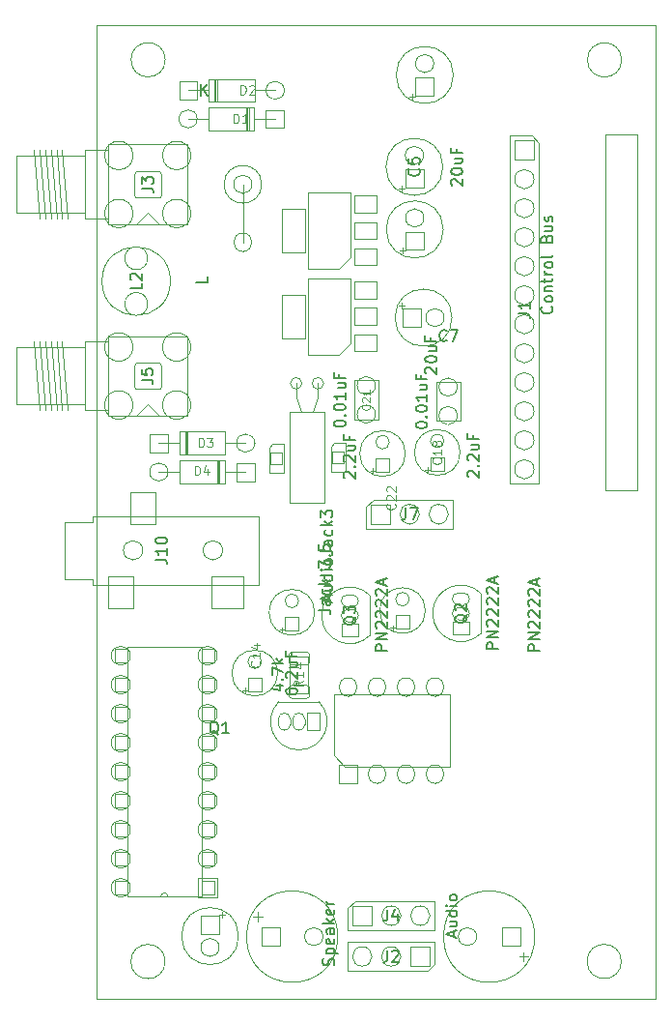
<source format=gbr>
%TF.GenerationSoftware,KiCad,Pcbnew,7.0.1*%
%TF.CreationDate,2023-11-03T16:30:40+00:00*%
%TF.ProjectId,SI4735,53493437-3335-42e6-9b69-6361645f7063,rev?*%
%TF.SameCoordinates,Original*%
%TF.FileFunction,AssemblyDrawing,Top*%
%FSLAX45Y45*%
G04 Gerber Fmt 4.5, Leading zero omitted, Abs format (unit mm)*
G04 Created by KiCad (PCBNEW 7.0.1) date 2023-11-03 16:30:40*
%MOMM*%
%LPD*%
G01*
G04 APERTURE LIST*
%ADD10C,0.150000*%
%ADD11C,0.120000*%
%ADD12C,0.102000*%
%ADD13C,0.100000*%
%ADD14C,0.100000*%
%TD*%
%TA.AperFunction,Profile*%
%ADD15C,0.050000*%
%TD*%
%TA.AperFunction,Profile*%
%ADD16C,0.100000*%
%TD*%
G04 APERTURE END LIST*
D10*
%TO.C,C7*%
X15390786Y-10889286D02*
X15386024Y-10884524D01*
X15386024Y-10884524D02*
X15381262Y-10875000D01*
X15381262Y-10875000D02*
X15381262Y-10851190D01*
X15381262Y-10851190D02*
X15386024Y-10841667D01*
X15386024Y-10841667D02*
X15390786Y-10836905D01*
X15390786Y-10836905D02*
X15400309Y-10832143D01*
X15400309Y-10832143D02*
X15409833Y-10832143D01*
X15409833Y-10832143D02*
X15424119Y-10836905D01*
X15424119Y-10836905D02*
X15481262Y-10894048D01*
X15481262Y-10894048D02*
X15481262Y-10832143D01*
X15381262Y-10770238D02*
X15381262Y-10760714D01*
X15381262Y-10760714D02*
X15386024Y-10751190D01*
X15386024Y-10751190D02*
X15390786Y-10746429D01*
X15390786Y-10746429D02*
X15400309Y-10741667D01*
X15400309Y-10741667D02*
X15419357Y-10736905D01*
X15419357Y-10736905D02*
X15443167Y-10736905D01*
X15443167Y-10736905D02*
X15462214Y-10741667D01*
X15462214Y-10741667D02*
X15471738Y-10746429D01*
X15471738Y-10746429D02*
X15476500Y-10751190D01*
X15476500Y-10751190D02*
X15481262Y-10760714D01*
X15481262Y-10760714D02*
X15481262Y-10770238D01*
X15481262Y-10770238D02*
X15476500Y-10779762D01*
X15476500Y-10779762D02*
X15471738Y-10784524D01*
X15471738Y-10784524D02*
X15462214Y-10789286D01*
X15462214Y-10789286D02*
X15443167Y-10794048D01*
X15443167Y-10794048D02*
X15419357Y-10794048D01*
X15419357Y-10794048D02*
X15400309Y-10789286D01*
X15400309Y-10789286D02*
X15390786Y-10784524D01*
X15390786Y-10784524D02*
X15386024Y-10779762D01*
X15386024Y-10779762D02*
X15381262Y-10770238D01*
X15414595Y-10651190D02*
X15481262Y-10651190D01*
X15414595Y-10694048D02*
X15466976Y-10694048D01*
X15466976Y-10694048D02*
X15476500Y-10689286D01*
X15476500Y-10689286D02*
X15481262Y-10679762D01*
X15481262Y-10679762D02*
X15481262Y-10665476D01*
X15481262Y-10665476D02*
X15476500Y-10655952D01*
X15476500Y-10655952D02*
X15471738Y-10651190D01*
X15428881Y-10570238D02*
X15428881Y-10603571D01*
X15481262Y-10603571D02*
X15381262Y-10603571D01*
X15381262Y-10603571D02*
X15381262Y-10555952D01*
X15570322Y-10596738D02*
X15565560Y-10601500D01*
X15565560Y-10601500D02*
X15551274Y-10606262D01*
X15551274Y-10606262D02*
X15541751Y-10606262D01*
X15541751Y-10606262D02*
X15527465Y-10601500D01*
X15527465Y-10601500D02*
X15517941Y-10591976D01*
X15517941Y-10591976D02*
X15513179Y-10582452D01*
X15513179Y-10582452D02*
X15508417Y-10563405D01*
X15508417Y-10563405D02*
X15508417Y-10549119D01*
X15508417Y-10549119D02*
X15513179Y-10530071D01*
X15513179Y-10530071D02*
X15517941Y-10520548D01*
X15517941Y-10520548D02*
X15527465Y-10511024D01*
X15527465Y-10511024D02*
X15541751Y-10506262D01*
X15541751Y-10506262D02*
X15551274Y-10506262D01*
X15551274Y-10506262D02*
X15565560Y-10511024D01*
X15565560Y-10511024D02*
X15570322Y-10515786D01*
X15603655Y-10506262D02*
X15670322Y-10506262D01*
X15670322Y-10506262D02*
X15627465Y-10606262D01*
%TO.C,Q3*%
X15046512Y-13318905D02*
X14946512Y-13318905D01*
X14946512Y-13318905D02*
X14946512Y-13280809D01*
X14946512Y-13280809D02*
X14951274Y-13271286D01*
X14951274Y-13271286D02*
X14956036Y-13266524D01*
X14956036Y-13266524D02*
X14965559Y-13261762D01*
X14965559Y-13261762D02*
X14979845Y-13261762D01*
X14979845Y-13261762D02*
X14989369Y-13266524D01*
X14989369Y-13266524D02*
X14994131Y-13271286D01*
X14994131Y-13271286D02*
X14998893Y-13280809D01*
X14998893Y-13280809D02*
X14998893Y-13318905D01*
X15046512Y-13218905D02*
X14946512Y-13218905D01*
X14946512Y-13218905D02*
X15046512Y-13161762D01*
X15046512Y-13161762D02*
X14946512Y-13161762D01*
X14956036Y-13118905D02*
X14951274Y-13114143D01*
X14951274Y-13114143D02*
X14946512Y-13104619D01*
X14946512Y-13104619D02*
X14946512Y-13080809D01*
X14946512Y-13080809D02*
X14951274Y-13071286D01*
X14951274Y-13071286D02*
X14956036Y-13066524D01*
X14956036Y-13066524D02*
X14965559Y-13061762D01*
X14965559Y-13061762D02*
X14975083Y-13061762D01*
X14975083Y-13061762D02*
X14989369Y-13066524D01*
X14989369Y-13066524D02*
X15046512Y-13123667D01*
X15046512Y-13123667D02*
X15046512Y-13061762D01*
X14956036Y-13023667D02*
X14951274Y-13018905D01*
X14951274Y-13018905D02*
X14946512Y-13009381D01*
X14946512Y-13009381D02*
X14946512Y-12985571D01*
X14946512Y-12985571D02*
X14951274Y-12976048D01*
X14951274Y-12976048D02*
X14956036Y-12971286D01*
X14956036Y-12971286D02*
X14965559Y-12966524D01*
X14965559Y-12966524D02*
X14975083Y-12966524D01*
X14975083Y-12966524D02*
X14989369Y-12971286D01*
X14989369Y-12971286D02*
X15046512Y-13028428D01*
X15046512Y-13028428D02*
X15046512Y-12966524D01*
X14956036Y-12928428D02*
X14951274Y-12923667D01*
X14951274Y-12923667D02*
X14946512Y-12914143D01*
X14946512Y-12914143D02*
X14946512Y-12890333D01*
X14946512Y-12890333D02*
X14951274Y-12880809D01*
X14951274Y-12880809D02*
X14956036Y-12876048D01*
X14956036Y-12876048D02*
X14965559Y-12871286D01*
X14965559Y-12871286D02*
X14975083Y-12871286D01*
X14975083Y-12871286D02*
X14989369Y-12876048D01*
X14989369Y-12876048D02*
X15046512Y-12933190D01*
X15046512Y-12933190D02*
X15046512Y-12871286D01*
X14956036Y-12833190D02*
X14951274Y-12828428D01*
X14951274Y-12828428D02*
X14946512Y-12818905D01*
X14946512Y-12818905D02*
X14946512Y-12795095D01*
X14946512Y-12795095D02*
X14951274Y-12785571D01*
X14951274Y-12785571D02*
X14956036Y-12780809D01*
X14956036Y-12780809D02*
X14965559Y-12776048D01*
X14965559Y-12776048D02*
X14975083Y-12776048D01*
X14975083Y-12776048D02*
X14989369Y-12780809D01*
X14989369Y-12780809D02*
X15046512Y-12837952D01*
X15046512Y-12837952D02*
X15046512Y-12776048D01*
X15017940Y-12737952D02*
X15017940Y-12690333D01*
X15046512Y-12747476D02*
X14946512Y-12714143D01*
X14946512Y-12714143D02*
X15046512Y-12680809D01*
X14777036Y-13016524D02*
X14772274Y-13026048D01*
X14772274Y-13026048D02*
X14762750Y-13035571D01*
X14762750Y-13035571D02*
X14748464Y-13049857D01*
X14748464Y-13049857D02*
X14743702Y-13059381D01*
X14743702Y-13059381D02*
X14743702Y-13068905D01*
X14767512Y-13064143D02*
X14762750Y-13073667D01*
X14762750Y-13073667D02*
X14753226Y-13083190D01*
X14753226Y-13083190D02*
X14734178Y-13087952D01*
X14734178Y-13087952D02*
X14700845Y-13087952D01*
X14700845Y-13087952D02*
X14681798Y-13083190D01*
X14681798Y-13083190D02*
X14672274Y-13073667D01*
X14672274Y-13073667D02*
X14667512Y-13064143D01*
X14667512Y-13064143D02*
X14667512Y-13045095D01*
X14667512Y-13045095D02*
X14672274Y-13035571D01*
X14672274Y-13035571D02*
X14681798Y-13026048D01*
X14681798Y-13026048D02*
X14700845Y-13021286D01*
X14700845Y-13021286D02*
X14734178Y-13021286D01*
X14734178Y-13021286D02*
X14753226Y-13026048D01*
X14753226Y-13026048D02*
X14762750Y-13035571D01*
X14762750Y-13035571D02*
X14767512Y-13045095D01*
X14767512Y-13045095D02*
X14767512Y-13064143D01*
X14667512Y-12987952D02*
X14667512Y-12926048D01*
X14667512Y-12926048D02*
X14705607Y-12959381D01*
X14705607Y-12959381D02*
X14705607Y-12945095D01*
X14705607Y-12945095D02*
X14710369Y-12935571D01*
X14710369Y-12935571D02*
X14715131Y-12930809D01*
X14715131Y-12930809D02*
X14724655Y-12926048D01*
X14724655Y-12926048D02*
X14748464Y-12926048D01*
X14748464Y-12926048D02*
X14757988Y-12930809D01*
X14757988Y-12930809D02*
X14762750Y-12935571D01*
X14762750Y-12935571D02*
X14767512Y-12945095D01*
X14767512Y-12945095D02*
X14767512Y-12973667D01*
X14767512Y-12973667D02*
X14762750Y-12983190D01*
X14762750Y-12983190D02*
X14757988Y-12987952D01*
%TO.C,J4*%
X15632490Y-15819543D02*
X15632490Y-15771924D01*
X15661062Y-15829067D02*
X15561062Y-15795734D01*
X15561062Y-15795734D02*
X15661062Y-15762400D01*
X15594395Y-15686210D02*
X15661062Y-15686210D01*
X15594395Y-15729067D02*
X15646776Y-15729067D01*
X15646776Y-15729067D02*
X15656300Y-15724305D01*
X15656300Y-15724305D02*
X15661062Y-15714781D01*
X15661062Y-15714781D02*
X15661062Y-15700496D01*
X15661062Y-15700496D02*
X15656300Y-15690972D01*
X15656300Y-15690972D02*
X15651538Y-15686210D01*
X15661062Y-15595734D02*
X15561062Y-15595734D01*
X15656300Y-15595734D02*
X15661062Y-15605257D01*
X15661062Y-15605257D02*
X15661062Y-15624305D01*
X15661062Y-15624305D02*
X15656300Y-15633829D01*
X15656300Y-15633829D02*
X15651538Y-15638591D01*
X15651538Y-15638591D02*
X15642014Y-15643353D01*
X15642014Y-15643353D02*
X15613443Y-15643353D01*
X15613443Y-15643353D02*
X15603919Y-15638591D01*
X15603919Y-15638591D02*
X15599157Y-15633829D01*
X15599157Y-15633829D02*
X15594395Y-15624305D01*
X15594395Y-15624305D02*
X15594395Y-15605257D01*
X15594395Y-15605257D02*
X15599157Y-15595734D01*
X15661062Y-15548115D02*
X15594395Y-15548115D01*
X15561062Y-15548115D02*
X15565824Y-15552876D01*
X15565824Y-15552876D02*
X15570586Y-15548115D01*
X15570586Y-15548115D02*
X15565824Y-15543353D01*
X15565824Y-15543353D02*
X15561062Y-15548115D01*
X15561062Y-15548115D02*
X15570586Y-15548115D01*
X15661062Y-15486210D02*
X15656300Y-15495734D01*
X15656300Y-15495734D02*
X15651538Y-15500496D01*
X15651538Y-15500496D02*
X15642014Y-15505257D01*
X15642014Y-15505257D02*
X15613443Y-15505257D01*
X15613443Y-15505257D02*
X15603919Y-15500496D01*
X15603919Y-15500496D02*
X15599157Y-15495734D01*
X15599157Y-15495734D02*
X15594395Y-15486210D01*
X15594395Y-15486210D02*
X15594395Y-15471924D01*
X15594395Y-15471924D02*
X15599157Y-15462400D01*
X15599157Y-15462400D02*
X15603919Y-15457638D01*
X15603919Y-15457638D02*
X15613443Y-15452877D01*
X15613443Y-15452877D02*
X15642014Y-15452877D01*
X15642014Y-15452877D02*
X15651538Y-15457638D01*
X15651538Y-15457638D02*
X15656300Y-15462400D01*
X15656300Y-15462400D02*
X15661062Y-15471924D01*
X15661062Y-15471924D02*
X15661062Y-15486210D01*
X15050467Y-15582472D02*
X15050467Y-15653900D01*
X15050467Y-15653900D02*
X15045705Y-15668186D01*
X15045705Y-15668186D02*
X15036181Y-15677710D01*
X15036181Y-15677710D02*
X15021895Y-15682472D01*
X15021895Y-15682472D02*
X15012371Y-15682472D01*
X15140943Y-15615805D02*
X15140943Y-15682472D01*
X15117133Y-15577710D02*
X15093324Y-15649138D01*
X15093324Y-15649138D02*
X15155228Y-15649138D01*
D11*
%TO.C,D4*%
X13361452Y-11776009D02*
X13361452Y-11696009D01*
X13361452Y-11696009D02*
X13380500Y-11696009D01*
X13380500Y-11696009D02*
X13391929Y-11699819D01*
X13391929Y-11699819D02*
X13399548Y-11707438D01*
X13399548Y-11707438D02*
X13403357Y-11715057D01*
X13403357Y-11715057D02*
X13407167Y-11730295D01*
X13407167Y-11730295D02*
X13407167Y-11741724D01*
X13407167Y-11741724D02*
X13403357Y-11756962D01*
X13403357Y-11756962D02*
X13399548Y-11764581D01*
X13399548Y-11764581D02*
X13391929Y-11772200D01*
X13391929Y-11772200D02*
X13380500Y-11776009D01*
X13380500Y-11776009D02*
X13361452Y-11776009D01*
X13475738Y-11722676D02*
X13475738Y-11776009D01*
X13456690Y-11692200D02*
X13437643Y-11749343D01*
X13437643Y-11749343D02*
X13487167Y-11749343D01*
D10*
%TO.C,Q2*%
X16020262Y-13301165D02*
X15920262Y-13301165D01*
X15920262Y-13301165D02*
X15920262Y-13263069D01*
X15920262Y-13263069D02*
X15925024Y-13253546D01*
X15925024Y-13253546D02*
X15929786Y-13248784D01*
X15929786Y-13248784D02*
X15939309Y-13244022D01*
X15939309Y-13244022D02*
X15953595Y-13244022D01*
X15953595Y-13244022D02*
X15963119Y-13248784D01*
X15963119Y-13248784D02*
X15967881Y-13253546D01*
X15967881Y-13253546D02*
X15972643Y-13263069D01*
X15972643Y-13263069D02*
X15972643Y-13301165D01*
X16020262Y-13201165D02*
X15920262Y-13201165D01*
X15920262Y-13201165D02*
X16020262Y-13144022D01*
X16020262Y-13144022D02*
X15920262Y-13144022D01*
X15929786Y-13101165D02*
X15925024Y-13096403D01*
X15925024Y-13096403D02*
X15920262Y-13086879D01*
X15920262Y-13086879D02*
X15920262Y-13063069D01*
X15920262Y-13063069D02*
X15925024Y-13053546D01*
X15925024Y-13053546D02*
X15929786Y-13048784D01*
X15929786Y-13048784D02*
X15939309Y-13044022D01*
X15939309Y-13044022D02*
X15948833Y-13044022D01*
X15948833Y-13044022D02*
X15963119Y-13048784D01*
X15963119Y-13048784D02*
X16020262Y-13105927D01*
X16020262Y-13105927D02*
X16020262Y-13044022D01*
X15929786Y-13005927D02*
X15925024Y-13001165D01*
X15925024Y-13001165D02*
X15920262Y-12991641D01*
X15920262Y-12991641D02*
X15920262Y-12967831D01*
X15920262Y-12967831D02*
X15925024Y-12958308D01*
X15925024Y-12958308D02*
X15929786Y-12953546D01*
X15929786Y-12953546D02*
X15939309Y-12948784D01*
X15939309Y-12948784D02*
X15948833Y-12948784D01*
X15948833Y-12948784D02*
X15963119Y-12953546D01*
X15963119Y-12953546D02*
X16020262Y-13010688D01*
X16020262Y-13010688D02*
X16020262Y-12948784D01*
X15929786Y-12910688D02*
X15925024Y-12905927D01*
X15925024Y-12905927D02*
X15920262Y-12896403D01*
X15920262Y-12896403D02*
X15920262Y-12872593D01*
X15920262Y-12872593D02*
X15925024Y-12863069D01*
X15925024Y-12863069D02*
X15929786Y-12858308D01*
X15929786Y-12858308D02*
X15939309Y-12853546D01*
X15939309Y-12853546D02*
X15948833Y-12853546D01*
X15948833Y-12853546D02*
X15963119Y-12858308D01*
X15963119Y-12858308D02*
X16020262Y-12915450D01*
X16020262Y-12915450D02*
X16020262Y-12853546D01*
X15929786Y-12815450D02*
X15925024Y-12810688D01*
X15925024Y-12810688D02*
X15920262Y-12801165D01*
X15920262Y-12801165D02*
X15920262Y-12777355D01*
X15920262Y-12777355D02*
X15925024Y-12767831D01*
X15925024Y-12767831D02*
X15929786Y-12763069D01*
X15929786Y-12763069D02*
X15939309Y-12758308D01*
X15939309Y-12758308D02*
X15948833Y-12758308D01*
X15948833Y-12758308D02*
X15963119Y-12763069D01*
X15963119Y-12763069D02*
X16020262Y-12820212D01*
X16020262Y-12820212D02*
X16020262Y-12758308D01*
X15991690Y-12720212D02*
X15991690Y-12672593D01*
X16020262Y-12729736D02*
X15920262Y-12696403D01*
X15920262Y-12696403D02*
X16020262Y-12663069D01*
X15750786Y-12998784D02*
X15746024Y-13008308D01*
X15746024Y-13008308D02*
X15736500Y-13017831D01*
X15736500Y-13017831D02*
X15722214Y-13032117D01*
X15722214Y-13032117D02*
X15717452Y-13041641D01*
X15717452Y-13041641D02*
X15717452Y-13051165D01*
X15741262Y-13046403D02*
X15736500Y-13055927D01*
X15736500Y-13055927D02*
X15726976Y-13065450D01*
X15726976Y-13065450D02*
X15707928Y-13070212D01*
X15707928Y-13070212D02*
X15674595Y-13070212D01*
X15674595Y-13070212D02*
X15655548Y-13065450D01*
X15655548Y-13065450D02*
X15646024Y-13055927D01*
X15646024Y-13055927D02*
X15641262Y-13046403D01*
X15641262Y-13046403D02*
X15641262Y-13027355D01*
X15641262Y-13027355D02*
X15646024Y-13017831D01*
X15646024Y-13017831D02*
X15655548Y-13008308D01*
X15655548Y-13008308D02*
X15674595Y-13003546D01*
X15674595Y-13003546D02*
X15707928Y-13003546D01*
X15707928Y-13003546D02*
X15726976Y-13008308D01*
X15726976Y-13008308D02*
X15736500Y-13017831D01*
X15736500Y-13017831D02*
X15741262Y-13027355D01*
X15741262Y-13027355D02*
X15741262Y-13046403D01*
X15650786Y-12965450D02*
X15646024Y-12960688D01*
X15646024Y-12960688D02*
X15641262Y-12951165D01*
X15641262Y-12951165D02*
X15641262Y-12927355D01*
X15641262Y-12927355D02*
X15646024Y-12917831D01*
X15646024Y-12917831D02*
X15650786Y-12913069D01*
X15650786Y-12913069D02*
X15660309Y-12908308D01*
X15660309Y-12908308D02*
X15669833Y-12908308D01*
X15669833Y-12908308D02*
X15684119Y-12913069D01*
X15684119Y-12913069D02*
X15741262Y-12970212D01*
X15741262Y-12970212D02*
X15741262Y-12908308D01*
%TO.C,J3*%
X12895262Y-9267333D02*
X12966690Y-9267333D01*
X12966690Y-9267333D02*
X12980976Y-9272095D01*
X12980976Y-9272095D02*
X12990500Y-9281619D01*
X12990500Y-9281619D02*
X12995262Y-9295905D01*
X12995262Y-9295905D02*
X12995262Y-9305429D01*
X12895262Y-9229238D02*
X12895262Y-9167333D01*
X12895262Y-9167333D02*
X12933357Y-9200667D01*
X12933357Y-9200667D02*
X12933357Y-9186381D01*
X12933357Y-9186381D02*
X12938119Y-9176857D01*
X12938119Y-9176857D02*
X12942881Y-9172095D01*
X12942881Y-9172095D02*
X12952405Y-9167333D01*
X12952405Y-9167333D02*
X12976214Y-9167333D01*
X12976214Y-9167333D02*
X12985738Y-9172095D01*
X12985738Y-9172095D02*
X12990500Y-9176857D01*
X12990500Y-9176857D02*
X12995262Y-9186381D01*
X12995262Y-9186381D02*
X12995262Y-9214952D01*
X12995262Y-9214952D02*
X12990500Y-9224476D01*
X12990500Y-9224476D02*
X12985738Y-9229238D01*
%TO.C,J2*%
X14578800Y-16069900D02*
X14583562Y-16055615D01*
X14583562Y-16055615D02*
X14583562Y-16031805D01*
X14583562Y-16031805D02*
X14578800Y-16022281D01*
X14578800Y-16022281D02*
X14574038Y-16017519D01*
X14574038Y-16017519D02*
X14564514Y-16012758D01*
X14564514Y-16012758D02*
X14554990Y-16012758D01*
X14554990Y-16012758D02*
X14545467Y-16017519D01*
X14545467Y-16017519D02*
X14540705Y-16022281D01*
X14540705Y-16022281D02*
X14535943Y-16031805D01*
X14535943Y-16031805D02*
X14531181Y-16050853D01*
X14531181Y-16050853D02*
X14526419Y-16060377D01*
X14526419Y-16060377D02*
X14521657Y-16065138D01*
X14521657Y-16065138D02*
X14512133Y-16069900D01*
X14512133Y-16069900D02*
X14502609Y-16069900D01*
X14502609Y-16069900D02*
X14493086Y-16065138D01*
X14493086Y-16065138D02*
X14488324Y-16060377D01*
X14488324Y-16060377D02*
X14483562Y-16050853D01*
X14483562Y-16050853D02*
X14483562Y-16027043D01*
X14483562Y-16027043D02*
X14488324Y-16012758D01*
X14516895Y-15969900D02*
X14616895Y-15969900D01*
X14521657Y-15969900D02*
X14516895Y-15960377D01*
X14516895Y-15960377D02*
X14516895Y-15941329D01*
X14516895Y-15941329D02*
X14521657Y-15931805D01*
X14521657Y-15931805D02*
X14526419Y-15927043D01*
X14526419Y-15927043D02*
X14535943Y-15922281D01*
X14535943Y-15922281D02*
X14564514Y-15922281D01*
X14564514Y-15922281D02*
X14574038Y-15927043D01*
X14574038Y-15927043D02*
X14578800Y-15931805D01*
X14578800Y-15931805D02*
X14583562Y-15941329D01*
X14583562Y-15941329D02*
X14583562Y-15960377D01*
X14583562Y-15960377D02*
X14578800Y-15969900D01*
X14578800Y-15841329D02*
X14583562Y-15850853D01*
X14583562Y-15850853D02*
X14583562Y-15869900D01*
X14583562Y-15869900D02*
X14578800Y-15879424D01*
X14578800Y-15879424D02*
X14569276Y-15884186D01*
X14569276Y-15884186D02*
X14531181Y-15884186D01*
X14531181Y-15884186D02*
X14521657Y-15879424D01*
X14521657Y-15879424D02*
X14516895Y-15869900D01*
X14516895Y-15869900D02*
X14516895Y-15850853D01*
X14516895Y-15850853D02*
X14521657Y-15841329D01*
X14521657Y-15841329D02*
X14531181Y-15836567D01*
X14531181Y-15836567D02*
X14540705Y-15836567D01*
X14540705Y-15836567D02*
X14550228Y-15884186D01*
X14583562Y-15750853D02*
X14531181Y-15750853D01*
X14531181Y-15750853D02*
X14521657Y-15755615D01*
X14521657Y-15755615D02*
X14516895Y-15765138D01*
X14516895Y-15765138D02*
X14516895Y-15784186D01*
X14516895Y-15784186D02*
X14521657Y-15793710D01*
X14578800Y-15750853D02*
X14583562Y-15760377D01*
X14583562Y-15760377D02*
X14583562Y-15784186D01*
X14583562Y-15784186D02*
X14578800Y-15793710D01*
X14578800Y-15793710D02*
X14569276Y-15798472D01*
X14569276Y-15798472D02*
X14559752Y-15798472D01*
X14559752Y-15798472D02*
X14550228Y-15793710D01*
X14550228Y-15793710D02*
X14545467Y-15784186D01*
X14545467Y-15784186D02*
X14545467Y-15760377D01*
X14545467Y-15760377D02*
X14540705Y-15750853D01*
X14583562Y-15703234D02*
X14483562Y-15703234D01*
X14545467Y-15693710D02*
X14583562Y-15665138D01*
X14516895Y-15665138D02*
X14554990Y-15703234D01*
X14578800Y-15584186D02*
X14583562Y-15593710D01*
X14583562Y-15593710D02*
X14583562Y-15612757D01*
X14583562Y-15612757D02*
X14578800Y-15622281D01*
X14578800Y-15622281D02*
X14569276Y-15627043D01*
X14569276Y-15627043D02*
X14531181Y-15627043D01*
X14531181Y-15627043D02*
X14521657Y-15622281D01*
X14521657Y-15622281D02*
X14516895Y-15612757D01*
X14516895Y-15612757D02*
X14516895Y-15593710D01*
X14516895Y-15593710D02*
X14521657Y-15584186D01*
X14521657Y-15584186D02*
X14531181Y-15579424D01*
X14531181Y-15579424D02*
X14540705Y-15579424D01*
X14540705Y-15579424D02*
X14550228Y-15627043D01*
X14583562Y-15536567D02*
X14516895Y-15536567D01*
X14535943Y-15536567D02*
X14526419Y-15531805D01*
X14526419Y-15531805D02*
X14521657Y-15527043D01*
X14521657Y-15527043D02*
X14516895Y-15517519D01*
X14516895Y-15517519D02*
X14516895Y-15507996D01*
X15049967Y-15939972D02*
X15049967Y-16011400D01*
X15049967Y-16011400D02*
X15045205Y-16025686D01*
X15045205Y-16025686D02*
X15035681Y-16035210D01*
X15035681Y-16035210D02*
X15021395Y-16039972D01*
X15021395Y-16039972D02*
X15011871Y-16039972D01*
X15092824Y-15949496D02*
X15097586Y-15944734D01*
X15097586Y-15944734D02*
X15107109Y-15939972D01*
X15107109Y-15939972D02*
X15130919Y-15939972D01*
X15130919Y-15939972D02*
X15140443Y-15944734D01*
X15140443Y-15944734D02*
X15145205Y-15949496D01*
X15145205Y-15949496D02*
X15149967Y-15959019D01*
X15149967Y-15959019D02*
X15149967Y-15968543D01*
X15149967Y-15968543D02*
X15145205Y-15982829D01*
X15145205Y-15982829D02*
X15088062Y-16039972D01*
X15088062Y-16039972D02*
X15149967Y-16039972D01*
%TO.C,C21*%
X14581262Y-11331905D02*
X14581262Y-11322381D01*
X14581262Y-11322381D02*
X14586024Y-11312857D01*
X14586024Y-11312857D02*
X14590786Y-11308095D01*
X14590786Y-11308095D02*
X14600309Y-11303333D01*
X14600309Y-11303333D02*
X14619357Y-11298571D01*
X14619357Y-11298571D02*
X14643167Y-11298571D01*
X14643167Y-11298571D02*
X14662214Y-11303333D01*
X14662214Y-11303333D02*
X14671738Y-11308095D01*
X14671738Y-11308095D02*
X14676500Y-11312857D01*
X14676500Y-11312857D02*
X14681262Y-11322381D01*
X14681262Y-11322381D02*
X14681262Y-11331905D01*
X14681262Y-11331905D02*
X14676500Y-11341428D01*
X14676500Y-11341428D02*
X14671738Y-11346190D01*
X14671738Y-11346190D02*
X14662214Y-11350952D01*
X14662214Y-11350952D02*
X14643167Y-11355714D01*
X14643167Y-11355714D02*
X14619357Y-11355714D01*
X14619357Y-11355714D02*
X14600309Y-11350952D01*
X14600309Y-11350952D02*
X14590786Y-11346190D01*
X14590786Y-11346190D02*
X14586024Y-11341428D01*
X14586024Y-11341428D02*
X14581262Y-11331905D01*
X14671738Y-11255714D02*
X14676500Y-11250952D01*
X14676500Y-11250952D02*
X14681262Y-11255714D01*
X14681262Y-11255714D02*
X14676500Y-11260476D01*
X14676500Y-11260476D02*
X14671738Y-11255714D01*
X14671738Y-11255714D02*
X14681262Y-11255714D01*
X14581262Y-11189048D02*
X14581262Y-11179524D01*
X14581262Y-11179524D02*
X14586024Y-11170000D01*
X14586024Y-11170000D02*
X14590786Y-11165238D01*
X14590786Y-11165238D02*
X14600309Y-11160476D01*
X14600309Y-11160476D02*
X14619357Y-11155714D01*
X14619357Y-11155714D02*
X14643167Y-11155714D01*
X14643167Y-11155714D02*
X14662214Y-11160476D01*
X14662214Y-11160476D02*
X14671738Y-11165238D01*
X14671738Y-11165238D02*
X14676500Y-11170000D01*
X14676500Y-11170000D02*
X14681262Y-11179524D01*
X14681262Y-11179524D02*
X14681262Y-11189048D01*
X14681262Y-11189048D02*
X14676500Y-11198571D01*
X14676500Y-11198571D02*
X14671738Y-11203333D01*
X14671738Y-11203333D02*
X14662214Y-11208095D01*
X14662214Y-11208095D02*
X14643167Y-11212857D01*
X14643167Y-11212857D02*
X14619357Y-11212857D01*
X14619357Y-11212857D02*
X14600309Y-11208095D01*
X14600309Y-11208095D02*
X14590786Y-11203333D01*
X14590786Y-11203333D02*
X14586024Y-11198571D01*
X14586024Y-11198571D02*
X14581262Y-11189048D01*
X14681262Y-11060476D02*
X14681262Y-11117619D01*
X14681262Y-11089048D02*
X14581262Y-11089048D01*
X14581262Y-11089048D02*
X14595548Y-11098571D01*
X14595548Y-11098571D02*
X14605071Y-11108095D01*
X14605071Y-11108095D02*
X14609833Y-11117619D01*
X14614595Y-10974762D02*
X14681262Y-10974762D01*
X14614595Y-11017619D02*
X14666976Y-11017619D01*
X14666976Y-11017619D02*
X14676500Y-11012857D01*
X14676500Y-11012857D02*
X14681262Y-11003333D01*
X14681262Y-11003333D02*
X14681262Y-10989048D01*
X14681262Y-10989048D02*
X14676500Y-10979524D01*
X14676500Y-10979524D02*
X14671738Y-10974762D01*
X14628881Y-10893810D02*
X14628881Y-10927143D01*
X14681262Y-10927143D02*
X14581262Y-10927143D01*
X14581262Y-10927143D02*
X14581262Y-10879524D01*
D12*
X14889982Y-11163714D02*
X14893220Y-11166952D01*
X14893220Y-11166952D02*
X14896458Y-11176667D01*
X14896458Y-11176667D02*
X14896458Y-11183143D01*
X14896458Y-11183143D02*
X14893220Y-11192857D01*
X14893220Y-11192857D02*
X14886744Y-11199333D01*
X14886744Y-11199333D02*
X14880268Y-11202571D01*
X14880268Y-11202571D02*
X14867315Y-11205809D01*
X14867315Y-11205809D02*
X14857601Y-11205809D01*
X14857601Y-11205809D02*
X14844648Y-11202571D01*
X14844648Y-11202571D02*
X14838172Y-11199333D01*
X14838172Y-11199333D02*
X14831696Y-11192857D01*
X14831696Y-11192857D02*
X14828458Y-11183143D01*
X14828458Y-11183143D02*
X14828458Y-11176667D01*
X14828458Y-11176667D02*
X14831696Y-11166952D01*
X14831696Y-11166952D02*
X14834934Y-11163714D01*
X14834934Y-11137810D02*
X14831696Y-11134571D01*
X14831696Y-11134571D02*
X14828458Y-11128095D01*
X14828458Y-11128095D02*
X14828458Y-11111905D01*
X14828458Y-11111905D02*
X14831696Y-11105429D01*
X14831696Y-11105429D02*
X14834934Y-11102190D01*
X14834934Y-11102190D02*
X14841410Y-11098952D01*
X14841410Y-11098952D02*
X14847887Y-11098952D01*
X14847887Y-11098952D02*
X14857601Y-11102190D01*
X14857601Y-11102190D02*
X14896458Y-11141048D01*
X14896458Y-11141048D02*
X14896458Y-11098952D01*
X14896458Y-11034190D02*
X14896458Y-11073048D01*
X14896458Y-11053619D02*
X14828458Y-11053619D01*
X14828458Y-11053619D02*
X14838172Y-11060095D01*
X14838172Y-11060095D02*
X14844648Y-11066571D01*
X14844648Y-11066571D02*
X14847887Y-11073048D01*
D10*
%TO.C,J1*%
X16488908Y-10302466D02*
X16493670Y-10307228D01*
X16493670Y-10307228D02*
X16498432Y-10321513D01*
X16498432Y-10321513D02*
X16498432Y-10331037D01*
X16498432Y-10331037D02*
X16493670Y-10345323D01*
X16493670Y-10345323D02*
X16484146Y-10354847D01*
X16484146Y-10354847D02*
X16474622Y-10359609D01*
X16474622Y-10359609D02*
X16455575Y-10364371D01*
X16455575Y-10364371D02*
X16441289Y-10364371D01*
X16441289Y-10364371D02*
X16422241Y-10359609D01*
X16422241Y-10359609D02*
X16412718Y-10354847D01*
X16412718Y-10354847D02*
X16403194Y-10345323D01*
X16403194Y-10345323D02*
X16398432Y-10331037D01*
X16398432Y-10331037D02*
X16398432Y-10321513D01*
X16398432Y-10321513D02*
X16403194Y-10307228D01*
X16403194Y-10307228D02*
X16407956Y-10302466D01*
X16498432Y-10245323D02*
X16493670Y-10254847D01*
X16493670Y-10254847D02*
X16488908Y-10259609D01*
X16488908Y-10259609D02*
X16479384Y-10264371D01*
X16479384Y-10264371D02*
X16450813Y-10264371D01*
X16450813Y-10264371D02*
X16441289Y-10259609D01*
X16441289Y-10259609D02*
X16436527Y-10254847D01*
X16436527Y-10254847D02*
X16431765Y-10245323D01*
X16431765Y-10245323D02*
X16431765Y-10231037D01*
X16431765Y-10231037D02*
X16436527Y-10221513D01*
X16436527Y-10221513D02*
X16441289Y-10216752D01*
X16441289Y-10216752D02*
X16450813Y-10211990D01*
X16450813Y-10211990D02*
X16479384Y-10211990D01*
X16479384Y-10211990D02*
X16488908Y-10216752D01*
X16488908Y-10216752D02*
X16493670Y-10221513D01*
X16493670Y-10221513D02*
X16498432Y-10231037D01*
X16498432Y-10231037D02*
X16498432Y-10245323D01*
X16431765Y-10169132D02*
X16498432Y-10169132D01*
X16441289Y-10169132D02*
X16436527Y-10164371D01*
X16436527Y-10164371D02*
X16431765Y-10154847D01*
X16431765Y-10154847D02*
X16431765Y-10140561D01*
X16431765Y-10140561D02*
X16436527Y-10131037D01*
X16436527Y-10131037D02*
X16446051Y-10126275D01*
X16446051Y-10126275D02*
X16498432Y-10126275D01*
X16431765Y-10092942D02*
X16431765Y-10054847D01*
X16398432Y-10078656D02*
X16484146Y-10078656D01*
X16484146Y-10078656D02*
X16493670Y-10073894D01*
X16493670Y-10073894D02*
X16498432Y-10064371D01*
X16498432Y-10064371D02*
X16498432Y-10054847D01*
X16498432Y-10021513D02*
X16431765Y-10021513D01*
X16450813Y-10021513D02*
X16441289Y-10016751D01*
X16441289Y-10016751D02*
X16436527Y-10011990D01*
X16436527Y-10011990D02*
X16431765Y-10002466D01*
X16431765Y-10002466D02*
X16431765Y-9992942D01*
X16498432Y-9945323D02*
X16493670Y-9954847D01*
X16493670Y-9954847D02*
X16488908Y-9959609D01*
X16488908Y-9959609D02*
X16479384Y-9964370D01*
X16479384Y-9964370D02*
X16450813Y-9964370D01*
X16450813Y-9964370D02*
X16441289Y-9959609D01*
X16441289Y-9959609D02*
X16436527Y-9954847D01*
X16436527Y-9954847D02*
X16431765Y-9945323D01*
X16431765Y-9945323D02*
X16431765Y-9931037D01*
X16431765Y-9931037D02*
X16436527Y-9921513D01*
X16436527Y-9921513D02*
X16441289Y-9916751D01*
X16441289Y-9916751D02*
X16450813Y-9911990D01*
X16450813Y-9911990D02*
X16479384Y-9911990D01*
X16479384Y-9911990D02*
X16488908Y-9916751D01*
X16488908Y-9916751D02*
X16493670Y-9921513D01*
X16493670Y-9921513D02*
X16498432Y-9931037D01*
X16498432Y-9931037D02*
X16498432Y-9945323D01*
X16498432Y-9854847D02*
X16493670Y-9864370D01*
X16493670Y-9864370D02*
X16484146Y-9869132D01*
X16484146Y-9869132D02*
X16398432Y-9869132D01*
X16446051Y-9707228D02*
X16450813Y-9692942D01*
X16450813Y-9692942D02*
X16455575Y-9688180D01*
X16455575Y-9688180D02*
X16465098Y-9683418D01*
X16465098Y-9683418D02*
X16479384Y-9683418D01*
X16479384Y-9683418D02*
X16488908Y-9688180D01*
X16488908Y-9688180D02*
X16493670Y-9692942D01*
X16493670Y-9692942D02*
X16498432Y-9702466D01*
X16498432Y-9702466D02*
X16498432Y-9740561D01*
X16498432Y-9740561D02*
X16398432Y-9740561D01*
X16398432Y-9740561D02*
X16398432Y-9707228D01*
X16398432Y-9707228D02*
X16403194Y-9697704D01*
X16403194Y-9697704D02*
X16407956Y-9692942D01*
X16407956Y-9692942D02*
X16417479Y-9688180D01*
X16417479Y-9688180D02*
X16427003Y-9688180D01*
X16427003Y-9688180D02*
X16436527Y-9692942D01*
X16436527Y-9692942D02*
X16441289Y-9697704D01*
X16441289Y-9697704D02*
X16446051Y-9707228D01*
X16446051Y-9707228D02*
X16446051Y-9740561D01*
X16431765Y-9597704D02*
X16498432Y-9597704D01*
X16431765Y-9640561D02*
X16484146Y-9640561D01*
X16484146Y-9640561D02*
X16493670Y-9635799D01*
X16493670Y-9635799D02*
X16498432Y-9626275D01*
X16498432Y-9626275D02*
X16498432Y-9611989D01*
X16498432Y-9611989D02*
X16493670Y-9602466D01*
X16493670Y-9602466D02*
X16488908Y-9597704D01*
X16493670Y-9554847D02*
X16498432Y-9545323D01*
X16498432Y-9545323D02*
X16498432Y-9526275D01*
X16498432Y-9526275D02*
X16493670Y-9516751D01*
X16493670Y-9516751D02*
X16484146Y-9511989D01*
X16484146Y-9511989D02*
X16479384Y-9511989D01*
X16479384Y-9511989D02*
X16469860Y-9516751D01*
X16469860Y-9516751D02*
X16465098Y-9526275D01*
X16465098Y-9526275D02*
X16465098Y-9540561D01*
X16465098Y-9540561D02*
X16460337Y-9550085D01*
X16460337Y-9550085D02*
X16450813Y-9554847D01*
X16450813Y-9554847D02*
X16446051Y-9554847D01*
X16446051Y-9554847D02*
X16436527Y-9550085D01*
X16436527Y-9550085D02*
X16431765Y-9540561D01*
X16431765Y-9540561D02*
X16431765Y-9526275D01*
X16431765Y-9526275D02*
X16436527Y-9516751D01*
X16197182Y-10363513D02*
X16268610Y-10363513D01*
X16268610Y-10363513D02*
X16282896Y-10368275D01*
X16282896Y-10368275D02*
X16292420Y-10377799D01*
X16292420Y-10377799D02*
X16297182Y-10392085D01*
X16297182Y-10392085D02*
X16297182Y-10401609D01*
X16297182Y-10263513D02*
X16297182Y-10320656D01*
X16297182Y-10292085D02*
X16197182Y-10292085D01*
X16197182Y-10292085D02*
X16211468Y-10301609D01*
X16211468Y-10301609D02*
X16220991Y-10311132D01*
X16220991Y-10311132D02*
X16225753Y-10320656D01*
%TO.C,J10*%
X14539590Y-12881239D02*
X14539590Y-12833620D01*
X14568162Y-12890763D02*
X14468162Y-12857429D01*
X14468162Y-12857429D02*
X14568162Y-12824096D01*
X14501495Y-12747906D02*
X14568162Y-12747906D01*
X14501495Y-12790763D02*
X14553876Y-12790763D01*
X14553876Y-12790763D02*
X14563400Y-12786001D01*
X14563400Y-12786001D02*
X14568162Y-12776477D01*
X14568162Y-12776477D02*
X14568162Y-12762191D01*
X14568162Y-12762191D02*
X14563400Y-12752668D01*
X14563400Y-12752668D02*
X14558638Y-12747906D01*
X14568162Y-12657429D02*
X14468162Y-12657429D01*
X14563400Y-12657429D02*
X14568162Y-12666953D01*
X14568162Y-12666953D02*
X14568162Y-12686001D01*
X14568162Y-12686001D02*
X14563400Y-12695525D01*
X14563400Y-12695525D02*
X14558638Y-12700287D01*
X14558638Y-12700287D02*
X14549114Y-12705048D01*
X14549114Y-12705048D02*
X14520543Y-12705048D01*
X14520543Y-12705048D02*
X14511019Y-12700287D01*
X14511019Y-12700287D02*
X14506257Y-12695525D01*
X14506257Y-12695525D02*
X14501495Y-12686001D01*
X14501495Y-12686001D02*
X14501495Y-12666953D01*
X14501495Y-12666953D02*
X14506257Y-12657429D01*
X14568162Y-12609810D02*
X14501495Y-12609810D01*
X14468162Y-12609810D02*
X14472924Y-12614572D01*
X14472924Y-12614572D02*
X14477686Y-12609810D01*
X14477686Y-12609810D02*
X14472924Y-12605048D01*
X14472924Y-12605048D02*
X14468162Y-12609810D01*
X14468162Y-12609810D02*
X14477686Y-12609810D01*
X14568162Y-12547906D02*
X14563400Y-12557429D01*
X14563400Y-12557429D02*
X14558638Y-12562191D01*
X14558638Y-12562191D02*
X14549114Y-12566953D01*
X14549114Y-12566953D02*
X14520543Y-12566953D01*
X14520543Y-12566953D02*
X14511019Y-12562191D01*
X14511019Y-12562191D02*
X14506257Y-12557429D01*
X14506257Y-12557429D02*
X14501495Y-12547906D01*
X14501495Y-12547906D02*
X14501495Y-12533620D01*
X14501495Y-12533620D02*
X14506257Y-12524096D01*
X14506257Y-12524096D02*
X14511019Y-12519334D01*
X14511019Y-12519334D02*
X14520543Y-12514572D01*
X14520543Y-12514572D02*
X14549114Y-12514572D01*
X14549114Y-12514572D02*
X14558638Y-12519334D01*
X14558638Y-12519334D02*
X14563400Y-12524096D01*
X14563400Y-12524096D02*
X14568162Y-12533620D01*
X14568162Y-12533620D02*
X14568162Y-12547906D01*
X14468162Y-12443144D02*
X14539590Y-12443144D01*
X14539590Y-12443144D02*
X14553876Y-12447906D01*
X14553876Y-12447906D02*
X14563400Y-12457429D01*
X14563400Y-12457429D02*
X14568162Y-12471715D01*
X14568162Y-12471715D02*
X14568162Y-12481239D01*
X14568162Y-12352668D02*
X14515781Y-12352668D01*
X14515781Y-12352668D02*
X14506257Y-12357429D01*
X14506257Y-12357429D02*
X14501495Y-12366953D01*
X14501495Y-12366953D02*
X14501495Y-12386001D01*
X14501495Y-12386001D02*
X14506257Y-12395525D01*
X14563400Y-12352668D02*
X14568162Y-12362191D01*
X14568162Y-12362191D02*
X14568162Y-12386001D01*
X14568162Y-12386001D02*
X14563400Y-12395525D01*
X14563400Y-12395525D02*
X14553876Y-12400287D01*
X14553876Y-12400287D02*
X14544352Y-12400287D01*
X14544352Y-12400287D02*
X14534828Y-12395525D01*
X14534828Y-12395525D02*
X14530067Y-12386001D01*
X14530067Y-12386001D02*
X14530067Y-12362191D01*
X14530067Y-12362191D02*
X14525305Y-12352668D01*
X14563400Y-12262191D02*
X14568162Y-12271715D01*
X14568162Y-12271715D02*
X14568162Y-12290763D01*
X14568162Y-12290763D02*
X14563400Y-12300287D01*
X14563400Y-12300287D02*
X14558638Y-12305048D01*
X14558638Y-12305048D02*
X14549114Y-12309810D01*
X14549114Y-12309810D02*
X14520543Y-12309810D01*
X14520543Y-12309810D02*
X14511019Y-12305048D01*
X14511019Y-12305048D02*
X14506257Y-12300287D01*
X14506257Y-12300287D02*
X14501495Y-12290763D01*
X14501495Y-12290763D02*
X14501495Y-12271715D01*
X14501495Y-12271715D02*
X14506257Y-12262191D01*
X14568162Y-12219334D02*
X14468162Y-12219334D01*
X14530067Y-12209810D02*
X14568162Y-12181239D01*
X14501495Y-12181239D02*
X14539590Y-12219334D01*
X14468162Y-12147906D02*
X14468162Y-12086001D01*
X14468162Y-12086001D02*
X14506257Y-12119334D01*
X14506257Y-12119334D02*
X14506257Y-12105048D01*
X14506257Y-12105048D02*
X14511019Y-12095525D01*
X14511019Y-12095525D02*
X14515781Y-12090763D01*
X14515781Y-12090763D02*
X14525305Y-12086001D01*
X14525305Y-12086001D02*
X14549114Y-12086001D01*
X14549114Y-12086001D02*
X14558638Y-12090763D01*
X14558638Y-12090763D02*
X14563400Y-12095525D01*
X14563400Y-12095525D02*
X14568162Y-12105048D01*
X14568162Y-12105048D02*
X14568162Y-12133620D01*
X14568162Y-12133620D02*
X14563400Y-12143144D01*
X14563400Y-12143144D02*
X14558638Y-12147906D01*
X13016262Y-12518452D02*
X13087690Y-12518452D01*
X13087690Y-12518452D02*
X13101976Y-12523214D01*
X13101976Y-12523214D02*
X13111500Y-12532738D01*
X13111500Y-12532738D02*
X13116262Y-12547024D01*
X13116262Y-12547024D02*
X13116262Y-12556547D01*
X13116262Y-12418452D02*
X13116262Y-12475595D01*
X13116262Y-12447024D02*
X13016262Y-12447024D01*
X13016262Y-12447024D02*
X13030548Y-12456547D01*
X13030548Y-12456547D02*
X13040071Y-12466071D01*
X13040071Y-12466071D02*
X13044833Y-12475595D01*
X13016262Y-12356547D02*
X13016262Y-12347024D01*
X13016262Y-12347024D02*
X13021024Y-12337500D01*
X13021024Y-12337500D02*
X13025786Y-12332738D01*
X13025786Y-12332738D02*
X13035309Y-12327976D01*
X13035309Y-12327976D02*
X13054357Y-12323214D01*
X13054357Y-12323214D02*
X13078167Y-12323214D01*
X13078167Y-12323214D02*
X13097214Y-12327976D01*
X13097214Y-12327976D02*
X13106738Y-12332738D01*
X13106738Y-12332738D02*
X13111500Y-12337500D01*
X13111500Y-12337500D02*
X13116262Y-12347024D01*
X13116262Y-12347024D02*
X13116262Y-12356547D01*
X13116262Y-12356547D02*
X13111500Y-12366071D01*
X13111500Y-12366071D02*
X13106738Y-12370833D01*
X13106738Y-12370833D02*
X13097214Y-12375595D01*
X13097214Y-12375595D02*
X13078167Y-12380357D01*
X13078167Y-12380357D02*
X13054357Y-12380357D01*
X13054357Y-12380357D02*
X13035309Y-12375595D01*
X13035309Y-12375595D02*
X13025786Y-12370833D01*
X13025786Y-12370833D02*
X13021024Y-12366071D01*
X13021024Y-12366071D02*
X13016262Y-12356547D01*
%TO.C,C18*%
X15763286Y-11795595D02*
X15758524Y-11790833D01*
X15758524Y-11790833D02*
X15753762Y-11781309D01*
X15753762Y-11781309D02*
X15753762Y-11757500D01*
X15753762Y-11757500D02*
X15758524Y-11747976D01*
X15758524Y-11747976D02*
X15763286Y-11743214D01*
X15763286Y-11743214D02*
X15772809Y-11738452D01*
X15772809Y-11738452D02*
X15782333Y-11738452D01*
X15782333Y-11738452D02*
X15796619Y-11743214D01*
X15796619Y-11743214D02*
X15853762Y-11800357D01*
X15853762Y-11800357D02*
X15853762Y-11738452D01*
X15844238Y-11695595D02*
X15849000Y-11690833D01*
X15849000Y-11690833D02*
X15853762Y-11695595D01*
X15853762Y-11695595D02*
X15849000Y-11700357D01*
X15849000Y-11700357D02*
X15844238Y-11695595D01*
X15844238Y-11695595D02*
X15853762Y-11695595D01*
X15763286Y-11652738D02*
X15758524Y-11647976D01*
X15758524Y-11647976D02*
X15753762Y-11638452D01*
X15753762Y-11638452D02*
X15753762Y-11614643D01*
X15753762Y-11614643D02*
X15758524Y-11605119D01*
X15758524Y-11605119D02*
X15763286Y-11600357D01*
X15763286Y-11600357D02*
X15772809Y-11595595D01*
X15772809Y-11595595D02*
X15782333Y-11595595D01*
X15782333Y-11595595D02*
X15796619Y-11600357D01*
X15796619Y-11600357D02*
X15853762Y-11657500D01*
X15853762Y-11657500D02*
X15853762Y-11595595D01*
X15787095Y-11509881D02*
X15853762Y-11509881D01*
X15787095Y-11552738D02*
X15839476Y-11552738D01*
X15839476Y-11552738D02*
X15849000Y-11547976D01*
X15849000Y-11547976D02*
X15853762Y-11538452D01*
X15853762Y-11538452D02*
X15853762Y-11524167D01*
X15853762Y-11524167D02*
X15849000Y-11514643D01*
X15849000Y-11514643D02*
X15844238Y-11509881D01*
X15801381Y-11428928D02*
X15801381Y-11462262D01*
X15853762Y-11462262D02*
X15753762Y-11462262D01*
X15753762Y-11462262D02*
X15753762Y-11414643D01*
D11*
X15516890Y-11631428D02*
X15520700Y-11635238D01*
X15520700Y-11635238D02*
X15524509Y-11646667D01*
X15524509Y-11646667D02*
X15524509Y-11654286D01*
X15524509Y-11654286D02*
X15520700Y-11665714D01*
X15520700Y-11665714D02*
X15513081Y-11673333D01*
X15513081Y-11673333D02*
X15505462Y-11677143D01*
X15505462Y-11677143D02*
X15490224Y-11680952D01*
X15490224Y-11680952D02*
X15478795Y-11680952D01*
X15478795Y-11680952D02*
X15463557Y-11677143D01*
X15463557Y-11677143D02*
X15455938Y-11673333D01*
X15455938Y-11673333D02*
X15448319Y-11665714D01*
X15448319Y-11665714D02*
X15444509Y-11654286D01*
X15444509Y-11654286D02*
X15444509Y-11646667D01*
X15444509Y-11646667D02*
X15448319Y-11635238D01*
X15448319Y-11635238D02*
X15452128Y-11631428D01*
X15524509Y-11555238D02*
X15524509Y-11600952D01*
X15524509Y-11578095D02*
X15444509Y-11578095D01*
X15444509Y-11578095D02*
X15455938Y-11585714D01*
X15455938Y-11585714D02*
X15463557Y-11593333D01*
X15463557Y-11593333D02*
X15467367Y-11600952D01*
X15478795Y-11509524D02*
X15474986Y-11517143D01*
X15474986Y-11517143D02*
X15471176Y-11520952D01*
X15471176Y-11520952D02*
X15463557Y-11524762D01*
X15463557Y-11524762D02*
X15459748Y-11524762D01*
X15459748Y-11524762D02*
X15452128Y-11520952D01*
X15452128Y-11520952D02*
X15448319Y-11517143D01*
X15448319Y-11517143D02*
X15444509Y-11509524D01*
X15444509Y-11509524D02*
X15444509Y-11494286D01*
X15444509Y-11494286D02*
X15448319Y-11486667D01*
X15448319Y-11486667D02*
X15452128Y-11482857D01*
X15452128Y-11482857D02*
X15459748Y-11479048D01*
X15459748Y-11479048D02*
X15463557Y-11479048D01*
X15463557Y-11479048D02*
X15471176Y-11482857D01*
X15471176Y-11482857D02*
X15474986Y-11486667D01*
X15474986Y-11486667D02*
X15478795Y-11494286D01*
X15478795Y-11494286D02*
X15478795Y-11509524D01*
X15478795Y-11509524D02*
X15482605Y-11517143D01*
X15482605Y-11517143D02*
X15486414Y-11520952D01*
X15486414Y-11520952D02*
X15494033Y-11524762D01*
X15494033Y-11524762D02*
X15509271Y-11524762D01*
X15509271Y-11524762D02*
X15516890Y-11520952D01*
X15516890Y-11520952D02*
X15520700Y-11517143D01*
X15520700Y-11517143D02*
X15524509Y-11509524D01*
X15524509Y-11509524D02*
X15524509Y-11494286D01*
X15524509Y-11494286D02*
X15520700Y-11486667D01*
X15520700Y-11486667D02*
X15516890Y-11482857D01*
X15516890Y-11482857D02*
X15509271Y-11479048D01*
X15509271Y-11479048D02*
X15494033Y-11479048D01*
X15494033Y-11479048D02*
X15486414Y-11482857D01*
X15486414Y-11482857D02*
X15482605Y-11486667D01*
X15482605Y-11486667D02*
X15478795Y-11494286D01*
D10*
%TO.C,C14*%
X14158762Y-13676406D02*
X14158762Y-13666882D01*
X14158762Y-13666882D02*
X14163524Y-13657358D01*
X14163524Y-13657358D02*
X14168286Y-13652596D01*
X14168286Y-13652596D02*
X14177809Y-13647834D01*
X14177809Y-13647834D02*
X14196857Y-13643072D01*
X14196857Y-13643072D02*
X14220667Y-13643072D01*
X14220667Y-13643072D02*
X14239714Y-13647834D01*
X14239714Y-13647834D02*
X14249238Y-13652596D01*
X14249238Y-13652596D02*
X14254000Y-13657358D01*
X14254000Y-13657358D02*
X14258762Y-13666882D01*
X14258762Y-13666882D02*
X14258762Y-13676406D01*
X14258762Y-13676406D02*
X14254000Y-13685929D01*
X14254000Y-13685929D02*
X14249238Y-13690691D01*
X14249238Y-13690691D02*
X14239714Y-13695453D01*
X14239714Y-13695453D02*
X14220667Y-13700215D01*
X14220667Y-13700215D02*
X14196857Y-13700215D01*
X14196857Y-13700215D02*
X14177809Y-13695453D01*
X14177809Y-13695453D02*
X14168286Y-13690691D01*
X14168286Y-13690691D02*
X14163524Y-13685929D01*
X14163524Y-13685929D02*
X14158762Y-13676406D01*
X14249238Y-13600215D02*
X14254000Y-13595453D01*
X14254000Y-13595453D02*
X14258762Y-13600215D01*
X14258762Y-13600215D02*
X14254000Y-13604977D01*
X14254000Y-13604977D02*
X14249238Y-13600215D01*
X14249238Y-13600215D02*
X14258762Y-13600215D01*
X14168286Y-13557358D02*
X14163524Y-13552596D01*
X14163524Y-13552596D02*
X14158762Y-13543072D01*
X14158762Y-13543072D02*
X14158762Y-13519263D01*
X14158762Y-13519263D02*
X14163524Y-13509739D01*
X14163524Y-13509739D02*
X14168286Y-13504977D01*
X14168286Y-13504977D02*
X14177809Y-13500215D01*
X14177809Y-13500215D02*
X14187333Y-13500215D01*
X14187333Y-13500215D02*
X14201619Y-13504977D01*
X14201619Y-13504977D02*
X14258762Y-13562120D01*
X14258762Y-13562120D02*
X14258762Y-13500215D01*
X14192095Y-13414501D02*
X14258762Y-13414501D01*
X14192095Y-13457358D02*
X14244476Y-13457358D01*
X14244476Y-13457358D02*
X14254000Y-13452596D01*
X14254000Y-13452596D02*
X14258762Y-13443072D01*
X14258762Y-13443072D02*
X14258762Y-13428787D01*
X14258762Y-13428787D02*
X14254000Y-13419263D01*
X14254000Y-13419263D02*
X14249238Y-13414501D01*
X14206381Y-13333548D02*
X14206381Y-13366882D01*
X14258762Y-13366882D02*
X14158762Y-13366882D01*
X14158762Y-13366882D02*
X14158762Y-13319263D01*
D11*
X13926890Y-13408548D02*
X13930700Y-13412358D01*
X13930700Y-13412358D02*
X13934509Y-13423787D01*
X13934509Y-13423787D02*
X13934509Y-13431406D01*
X13934509Y-13431406D02*
X13930700Y-13442834D01*
X13930700Y-13442834D02*
X13923081Y-13450453D01*
X13923081Y-13450453D02*
X13915462Y-13454263D01*
X13915462Y-13454263D02*
X13900224Y-13458072D01*
X13900224Y-13458072D02*
X13888795Y-13458072D01*
X13888795Y-13458072D02*
X13873557Y-13454263D01*
X13873557Y-13454263D02*
X13865938Y-13450453D01*
X13865938Y-13450453D02*
X13858319Y-13442834D01*
X13858319Y-13442834D02*
X13854509Y-13431406D01*
X13854509Y-13431406D02*
X13854509Y-13423787D01*
X13854509Y-13423787D02*
X13858319Y-13412358D01*
X13858319Y-13412358D02*
X13862128Y-13408548D01*
X13934509Y-13332358D02*
X13934509Y-13378072D01*
X13934509Y-13355215D02*
X13854509Y-13355215D01*
X13854509Y-13355215D02*
X13865938Y-13362834D01*
X13865938Y-13362834D02*
X13873557Y-13370453D01*
X13873557Y-13370453D02*
X13877367Y-13378072D01*
X13881176Y-13263787D02*
X13934509Y-13263787D01*
X13850700Y-13282834D02*
X13907843Y-13301882D01*
X13907843Y-13301882D02*
X13907843Y-13252358D01*
D10*
%TO.C,J7*%
X14451262Y-12958928D02*
X14522690Y-12958928D01*
X14522690Y-12958928D02*
X14536976Y-12963690D01*
X14536976Y-12963690D02*
X14546500Y-12973214D01*
X14546500Y-12973214D02*
X14551262Y-12987500D01*
X14551262Y-12987500D02*
X14551262Y-12997024D01*
X14551262Y-12868452D02*
X14498881Y-12868452D01*
X14498881Y-12868452D02*
X14489357Y-12873214D01*
X14489357Y-12873214D02*
X14484595Y-12882738D01*
X14484595Y-12882738D02*
X14484595Y-12901786D01*
X14484595Y-12901786D02*
X14489357Y-12911309D01*
X14546500Y-12868452D02*
X14551262Y-12877976D01*
X14551262Y-12877976D02*
X14551262Y-12901786D01*
X14551262Y-12901786D02*
X14546500Y-12911309D01*
X14546500Y-12911309D02*
X14536976Y-12916071D01*
X14536976Y-12916071D02*
X14527452Y-12916071D01*
X14527452Y-12916071D02*
X14517928Y-12911309D01*
X14517928Y-12911309D02*
X14513167Y-12901786D01*
X14513167Y-12901786D02*
X14513167Y-12877976D01*
X14513167Y-12877976D02*
X14508405Y-12868452D01*
X14546500Y-12777976D02*
X14551262Y-12787500D01*
X14551262Y-12787500D02*
X14551262Y-12806547D01*
X14551262Y-12806547D02*
X14546500Y-12816071D01*
X14546500Y-12816071D02*
X14541738Y-12820833D01*
X14541738Y-12820833D02*
X14532214Y-12825595D01*
X14532214Y-12825595D02*
X14503643Y-12825595D01*
X14503643Y-12825595D02*
X14494119Y-12820833D01*
X14494119Y-12820833D02*
X14489357Y-12816071D01*
X14489357Y-12816071D02*
X14484595Y-12806547D01*
X14484595Y-12806547D02*
X14484595Y-12787500D01*
X14484595Y-12787500D02*
X14489357Y-12777976D01*
X14551262Y-12735119D02*
X14451262Y-12735119D01*
X14513167Y-12725595D02*
X14551262Y-12697024D01*
X14484595Y-12697024D02*
X14522690Y-12735119D01*
X14451262Y-12587500D02*
X14451262Y-12525595D01*
X14451262Y-12525595D02*
X14489357Y-12558928D01*
X14489357Y-12558928D02*
X14489357Y-12544643D01*
X14489357Y-12544643D02*
X14494119Y-12535119D01*
X14494119Y-12535119D02*
X14498881Y-12530357D01*
X14498881Y-12530357D02*
X14508405Y-12525595D01*
X14508405Y-12525595D02*
X14532214Y-12525595D01*
X14532214Y-12525595D02*
X14541738Y-12530357D01*
X14541738Y-12530357D02*
X14546500Y-12535119D01*
X14546500Y-12535119D02*
X14551262Y-12544643D01*
X14551262Y-12544643D02*
X14551262Y-12573214D01*
X14551262Y-12573214D02*
X14546500Y-12582738D01*
X14546500Y-12582738D02*
X14541738Y-12587500D01*
X14541738Y-12482738D02*
X14546500Y-12477976D01*
X14546500Y-12477976D02*
X14551262Y-12482738D01*
X14551262Y-12482738D02*
X14546500Y-12487500D01*
X14546500Y-12487500D02*
X14541738Y-12482738D01*
X14541738Y-12482738D02*
X14551262Y-12482738D01*
X14451262Y-12387500D02*
X14451262Y-12435119D01*
X14451262Y-12435119D02*
X14498881Y-12439881D01*
X14498881Y-12439881D02*
X14494119Y-12435119D01*
X14494119Y-12435119D02*
X14489357Y-12425595D01*
X14489357Y-12425595D02*
X14489357Y-12401786D01*
X14489357Y-12401786D02*
X14494119Y-12392262D01*
X14494119Y-12392262D02*
X14498881Y-12387500D01*
X14498881Y-12387500D02*
X14508405Y-12382738D01*
X14508405Y-12382738D02*
X14532214Y-12382738D01*
X14532214Y-12382738D02*
X14541738Y-12387500D01*
X14541738Y-12387500D02*
X14546500Y-12392262D01*
X14546500Y-12392262D02*
X14551262Y-12401786D01*
X14551262Y-12401786D02*
X14551262Y-12425595D01*
X14551262Y-12425595D02*
X14546500Y-12435119D01*
X14546500Y-12435119D02*
X14541738Y-12439881D01*
X15212667Y-12066262D02*
X15212667Y-12137690D01*
X15212667Y-12137690D02*
X15207905Y-12151976D01*
X15207905Y-12151976D02*
X15198381Y-12161500D01*
X15198381Y-12161500D02*
X15184095Y-12166262D01*
X15184095Y-12166262D02*
X15174571Y-12166262D01*
X15250762Y-12066262D02*
X15317428Y-12066262D01*
X15317428Y-12066262D02*
X15274571Y-12166262D01*
D11*
%TO.C,D3*%
X13396452Y-11533509D02*
X13396452Y-11453509D01*
X13396452Y-11453509D02*
X13415500Y-11453509D01*
X13415500Y-11453509D02*
X13426929Y-11457319D01*
X13426929Y-11457319D02*
X13434548Y-11464938D01*
X13434548Y-11464938D02*
X13438357Y-11472557D01*
X13438357Y-11472557D02*
X13442167Y-11487795D01*
X13442167Y-11487795D02*
X13442167Y-11499224D01*
X13442167Y-11499224D02*
X13438357Y-11514462D01*
X13438357Y-11514462D02*
X13434548Y-11522081D01*
X13434548Y-11522081D02*
X13426929Y-11529700D01*
X13426929Y-11529700D02*
X13415500Y-11533509D01*
X13415500Y-11533509D02*
X13396452Y-11533509D01*
X13468833Y-11453509D02*
X13518357Y-11453509D01*
X13518357Y-11453509D02*
X13491690Y-11483986D01*
X13491690Y-11483986D02*
X13503119Y-11483986D01*
X13503119Y-11483986D02*
X13510738Y-11487795D01*
X13510738Y-11487795D02*
X13514548Y-11491605D01*
X13514548Y-11491605D02*
X13518357Y-11499224D01*
X13518357Y-11499224D02*
X13518357Y-11518271D01*
X13518357Y-11518271D02*
X13514548Y-11525890D01*
X13514548Y-11525890D02*
X13510738Y-11529700D01*
X13510738Y-11529700D02*
X13503119Y-11533509D01*
X13503119Y-11533509D02*
X13480262Y-11533509D01*
X13480262Y-11533509D02*
X13472643Y-11529700D01*
X13472643Y-11529700D02*
X13468833Y-11525890D01*
D10*
%TO.C,Q1*%
X16385582Y-13317305D02*
X16285582Y-13317305D01*
X16285582Y-13317305D02*
X16285582Y-13279210D01*
X16285582Y-13279210D02*
X16290344Y-13269686D01*
X16290344Y-13269686D02*
X16295106Y-13264924D01*
X16295106Y-13264924D02*
X16304629Y-13260162D01*
X16304629Y-13260162D02*
X16318915Y-13260162D01*
X16318915Y-13260162D02*
X16328439Y-13264924D01*
X16328439Y-13264924D02*
X16333201Y-13269686D01*
X16333201Y-13269686D02*
X16337963Y-13279210D01*
X16337963Y-13279210D02*
X16337963Y-13317305D01*
X16385582Y-13217305D02*
X16285582Y-13217305D01*
X16285582Y-13217305D02*
X16385582Y-13160162D01*
X16385582Y-13160162D02*
X16285582Y-13160162D01*
X16295106Y-13117305D02*
X16290344Y-13112543D01*
X16290344Y-13112543D02*
X16285582Y-13103019D01*
X16285582Y-13103019D02*
X16285582Y-13079210D01*
X16285582Y-13079210D02*
X16290344Y-13069686D01*
X16290344Y-13069686D02*
X16295106Y-13064924D01*
X16295106Y-13064924D02*
X16304629Y-13060162D01*
X16304629Y-13060162D02*
X16314153Y-13060162D01*
X16314153Y-13060162D02*
X16328439Y-13064924D01*
X16328439Y-13064924D02*
X16385582Y-13122067D01*
X16385582Y-13122067D02*
X16385582Y-13060162D01*
X16295106Y-13022067D02*
X16290344Y-13017305D01*
X16290344Y-13017305D02*
X16285582Y-13007781D01*
X16285582Y-13007781D02*
X16285582Y-12983971D01*
X16285582Y-12983971D02*
X16290344Y-12974448D01*
X16290344Y-12974448D02*
X16295106Y-12969686D01*
X16295106Y-12969686D02*
X16304629Y-12964924D01*
X16304629Y-12964924D02*
X16314153Y-12964924D01*
X16314153Y-12964924D02*
X16328439Y-12969686D01*
X16328439Y-12969686D02*
X16385582Y-13026829D01*
X16385582Y-13026829D02*
X16385582Y-12964924D01*
X16295106Y-12926829D02*
X16290344Y-12922067D01*
X16290344Y-12922067D02*
X16285582Y-12912543D01*
X16285582Y-12912543D02*
X16285582Y-12888733D01*
X16285582Y-12888733D02*
X16290344Y-12879210D01*
X16290344Y-12879210D02*
X16295106Y-12874448D01*
X16295106Y-12874448D02*
X16304629Y-12869686D01*
X16304629Y-12869686D02*
X16314153Y-12869686D01*
X16314153Y-12869686D02*
X16328439Y-12874448D01*
X16328439Y-12874448D02*
X16385582Y-12931590D01*
X16385582Y-12931590D02*
X16385582Y-12869686D01*
X16295106Y-12831590D02*
X16290344Y-12826829D01*
X16290344Y-12826829D02*
X16285582Y-12817305D01*
X16285582Y-12817305D02*
X16285582Y-12793495D01*
X16285582Y-12793495D02*
X16290344Y-12783971D01*
X16290344Y-12783971D02*
X16295106Y-12779210D01*
X16295106Y-12779210D02*
X16304629Y-12774448D01*
X16304629Y-12774448D02*
X16314153Y-12774448D01*
X16314153Y-12774448D02*
X16328439Y-12779210D01*
X16328439Y-12779210D02*
X16385582Y-12836352D01*
X16385582Y-12836352D02*
X16385582Y-12774448D01*
X16357010Y-12736352D02*
X16357010Y-12688733D01*
X16385582Y-12745876D02*
X16285582Y-12712543D01*
X16285582Y-12712543D02*
X16385582Y-12679210D01*
X13569056Y-14049276D02*
X13559532Y-14044514D01*
X13559532Y-14044514D02*
X13550008Y-14034990D01*
X13550008Y-14034990D02*
X13535723Y-14020704D01*
X13535723Y-14020704D02*
X13526199Y-14015942D01*
X13526199Y-14015942D02*
X13516675Y-14015942D01*
X13521437Y-14039752D02*
X13511913Y-14034990D01*
X13511913Y-14034990D02*
X13502389Y-14025466D01*
X13502389Y-14025466D02*
X13497628Y-14006418D01*
X13497628Y-14006418D02*
X13497628Y-13973085D01*
X13497628Y-13973085D02*
X13502389Y-13954038D01*
X13502389Y-13954038D02*
X13511913Y-13944514D01*
X13511913Y-13944514D02*
X13521437Y-13939752D01*
X13521437Y-13939752D02*
X13540485Y-13939752D01*
X13540485Y-13939752D02*
X13550008Y-13944514D01*
X13550008Y-13944514D02*
X13559532Y-13954038D01*
X13559532Y-13954038D02*
X13564294Y-13973085D01*
X13564294Y-13973085D02*
X13564294Y-14006418D01*
X13564294Y-14006418D02*
X13559532Y-14025466D01*
X13559532Y-14025466D02*
X13550008Y-14034990D01*
X13550008Y-14034990D02*
X13540485Y-14039752D01*
X13540485Y-14039752D02*
X13521437Y-14039752D01*
X13659532Y-14039752D02*
X13602389Y-14039752D01*
X13630961Y-14039752D02*
X13630961Y-13939752D01*
X13630961Y-13939752D02*
X13621437Y-13954038D01*
X13621437Y-13954038D02*
X13611913Y-13963561D01*
X13611913Y-13963561D02*
X13602389Y-13968323D01*
%TO.C,L2*%
X13471262Y-10041548D02*
X13471262Y-10089167D01*
X13471262Y-10089167D02*
X13371262Y-10089167D01*
X12893762Y-10096667D02*
X12893762Y-10144286D01*
X12893762Y-10144286D02*
X12793762Y-10144286D01*
X12803286Y-10068095D02*
X12798524Y-10063333D01*
X12798524Y-10063333D02*
X12793762Y-10053809D01*
X12793762Y-10053809D02*
X12793762Y-10030000D01*
X12793762Y-10030000D02*
X12798524Y-10020476D01*
X12798524Y-10020476D02*
X12803286Y-10015714D01*
X12803286Y-10015714D02*
X12812809Y-10010952D01*
X12812809Y-10010952D02*
X12822333Y-10010952D01*
X12822333Y-10010952D02*
X12836619Y-10015714D01*
X12836619Y-10015714D02*
X12893762Y-10072857D01*
X12893762Y-10072857D02*
X12893762Y-10010952D01*
%TO.C,C17*%
X15298762Y-11344405D02*
X15298762Y-11334881D01*
X15298762Y-11334881D02*
X15303524Y-11325357D01*
X15303524Y-11325357D02*
X15308286Y-11320595D01*
X15308286Y-11320595D02*
X15317809Y-11315833D01*
X15317809Y-11315833D02*
X15336857Y-11311071D01*
X15336857Y-11311071D02*
X15360667Y-11311071D01*
X15360667Y-11311071D02*
X15379714Y-11315833D01*
X15379714Y-11315833D02*
X15389238Y-11320595D01*
X15389238Y-11320595D02*
X15394000Y-11325357D01*
X15394000Y-11325357D02*
X15398762Y-11334881D01*
X15398762Y-11334881D02*
X15398762Y-11344405D01*
X15398762Y-11344405D02*
X15394000Y-11353928D01*
X15394000Y-11353928D02*
X15389238Y-11358690D01*
X15389238Y-11358690D02*
X15379714Y-11363452D01*
X15379714Y-11363452D02*
X15360667Y-11368214D01*
X15360667Y-11368214D02*
X15336857Y-11368214D01*
X15336857Y-11368214D02*
X15317809Y-11363452D01*
X15317809Y-11363452D02*
X15308286Y-11358690D01*
X15308286Y-11358690D02*
X15303524Y-11353928D01*
X15303524Y-11353928D02*
X15298762Y-11344405D01*
X15389238Y-11268214D02*
X15394000Y-11263452D01*
X15394000Y-11263452D02*
X15398762Y-11268214D01*
X15398762Y-11268214D02*
X15394000Y-11272976D01*
X15394000Y-11272976D02*
X15389238Y-11268214D01*
X15389238Y-11268214D02*
X15398762Y-11268214D01*
X15298762Y-11201548D02*
X15298762Y-11192024D01*
X15298762Y-11192024D02*
X15303524Y-11182500D01*
X15303524Y-11182500D02*
X15308286Y-11177738D01*
X15308286Y-11177738D02*
X15317809Y-11172976D01*
X15317809Y-11172976D02*
X15336857Y-11168214D01*
X15336857Y-11168214D02*
X15360667Y-11168214D01*
X15360667Y-11168214D02*
X15379714Y-11172976D01*
X15379714Y-11172976D02*
X15389238Y-11177738D01*
X15389238Y-11177738D02*
X15394000Y-11182500D01*
X15394000Y-11182500D02*
X15398762Y-11192024D01*
X15398762Y-11192024D02*
X15398762Y-11201548D01*
X15398762Y-11201548D02*
X15394000Y-11211071D01*
X15394000Y-11211071D02*
X15389238Y-11215833D01*
X15389238Y-11215833D02*
X15379714Y-11220595D01*
X15379714Y-11220595D02*
X15360667Y-11225357D01*
X15360667Y-11225357D02*
X15336857Y-11225357D01*
X15336857Y-11225357D02*
X15317809Y-11220595D01*
X15317809Y-11220595D02*
X15308286Y-11215833D01*
X15308286Y-11215833D02*
X15303524Y-11211071D01*
X15303524Y-11211071D02*
X15298762Y-11201548D01*
X15398762Y-11072976D02*
X15398762Y-11130119D01*
X15398762Y-11101548D02*
X15298762Y-11101548D01*
X15298762Y-11101548D02*
X15313048Y-11111071D01*
X15313048Y-11111071D02*
X15322571Y-11120595D01*
X15322571Y-11120595D02*
X15327333Y-11130119D01*
X15332095Y-10987262D02*
X15398762Y-10987262D01*
X15332095Y-11030119D02*
X15384476Y-11030119D01*
X15384476Y-11030119D02*
X15394000Y-11025357D01*
X15394000Y-11025357D02*
X15398762Y-11015833D01*
X15398762Y-11015833D02*
X15398762Y-11001548D01*
X15398762Y-11001548D02*
X15394000Y-10992024D01*
X15394000Y-10992024D02*
X15389238Y-10987262D01*
X15346381Y-10906310D02*
X15346381Y-10939643D01*
X15398762Y-10939643D02*
X15298762Y-10939643D01*
X15298762Y-10939643D02*
X15298762Y-10892024D01*
%TO.C,C5*%
X15617786Y-9243797D02*
X15613024Y-9239035D01*
X15613024Y-9239035D02*
X15608262Y-9229511D01*
X15608262Y-9229511D02*
X15608262Y-9205702D01*
X15608262Y-9205702D02*
X15613024Y-9196178D01*
X15613024Y-9196178D02*
X15617786Y-9191416D01*
X15617786Y-9191416D02*
X15627309Y-9186654D01*
X15627309Y-9186654D02*
X15636833Y-9186654D01*
X15636833Y-9186654D02*
X15651119Y-9191416D01*
X15651119Y-9191416D02*
X15708262Y-9248559D01*
X15708262Y-9248559D02*
X15708262Y-9186654D01*
X15608262Y-9124749D02*
X15608262Y-9115226D01*
X15608262Y-9115226D02*
X15613024Y-9105702D01*
X15613024Y-9105702D02*
X15617786Y-9100940D01*
X15617786Y-9100940D02*
X15627309Y-9096178D01*
X15627309Y-9096178D02*
X15646357Y-9091416D01*
X15646357Y-9091416D02*
X15670167Y-9091416D01*
X15670167Y-9091416D02*
X15689214Y-9096178D01*
X15689214Y-9096178D02*
X15698738Y-9100940D01*
X15698738Y-9100940D02*
X15703500Y-9105702D01*
X15703500Y-9105702D02*
X15708262Y-9115226D01*
X15708262Y-9115226D02*
X15708262Y-9124749D01*
X15708262Y-9124749D02*
X15703500Y-9134273D01*
X15703500Y-9134273D02*
X15698738Y-9139035D01*
X15698738Y-9139035D02*
X15689214Y-9143797D01*
X15689214Y-9143797D02*
X15670167Y-9148559D01*
X15670167Y-9148559D02*
X15646357Y-9148559D01*
X15646357Y-9148559D02*
X15627309Y-9143797D01*
X15627309Y-9143797D02*
X15617786Y-9139035D01*
X15617786Y-9139035D02*
X15613024Y-9134273D01*
X15613024Y-9134273D02*
X15608262Y-9124749D01*
X15641595Y-9005702D02*
X15708262Y-9005702D01*
X15641595Y-9048559D02*
X15693976Y-9048559D01*
X15693976Y-9048559D02*
X15703500Y-9043797D01*
X15703500Y-9043797D02*
X15708262Y-9034273D01*
X15708262Y-9034273D02*
X15708262Y-9019987D01*
X15708262Y-9019987D02*
X15703500Y-9010464D01*
X15703500Y-9010464D02*
X15698738Y-9005702D01*
X15655881Y-8924749D02*
X15655881Y-8958083D01*
X15708262Y-8958083D02*
X15608262Y-8958083D01*
X15608262Y-8958083D02*
X15608262Y-8910464D01*
X15323738Y-9096178D02*
X15328500Y-9100940D01*
X15328500Y-9100940D02*
X15333262Y-9115226D01*
X15333262Y-9115226D02*
X15333262Y-9124749D01*
X15333262Y-9124749D02*
X15328500Y-9139035D01*
X15328500Y-9139035D02*
X15318976Y-9148559D01*
X15318976Y-9148559D02*
X15309452Y-9153321D01*
X15309452Y-9153321D02*
X15290405Y-9158083D01*
X15290405Y-9158083D02*
X15276119Y-9158083D01*
X15276119Y-9158083D02*
X15257071Y-9153321D01*
X15257071Y-9153321D02*
X15247548Y-9148559D01*
X15247548Y-9148559D02*
X15238024Y-9139035D01*
X15238024Y-9139035D02*
X15233262Y-9124749D01*
X15233262Y-9124749D02*
X15233262Y-9115226D01*
X15233262Y-9115226D02*
X15238024Y-9100940D01*
X15238024Y-9100940D02*
X15242786Y-9096178D01*
X15233262Y-9005702D02*
X15233262Y-9053321D01*
X15233262Y-9053321D02*
X15280881Y-9058083D01*
X15280881Y-9058083D02*
X15276119Y-9053321D01*
X15276119Y-9053321D02*
X15271357Y-9043797D01*
X15271357Y-9043797D02*
X15271357Y-9019987D01*
X15271357Y-9019987D02*
X15276119Y-9010464D01*
X15276119Y-9010464D02*
X15280881Y-9005702D01*
X15280881Y-9005702D02*
X15290405Y-9000940D01*
X15290405Y-9000940D02*
X15314214Y-9000940D01*
X15314214Y-9000940D02*
X15323738Y-9005702D01*
X15323738Y-9005702D02*
X15328500Y-9010464D01*
X15328500Y-9010464D02*
X15333262Y-9019987D01*
X15333262Y-9019987D02*
X15333262Y-9043797D01*
X15333262Y-9043797D02*
X15328500Y-9053321D01*
X15328500Y-9053321D02*
X15323738Y-9058083D01*
D11*
%TO.C,D1*%
X13701952Y-8694510D02*
X13701952Y-8614510D01*
X13701952Y-8614510D02*
X13721000Y-8614510D01*
X13721000Y-8614510D02*
X13732429Y-8618319D01*
X13732429Y-8618319D02*
X13740048Y-8625938D01*
X13740048Y-8625938D02*
X13743857Y-8633557D01*
X13743857Y-8633557D02*
X13747667Y-8648795D01*
X13747667Y-8648795D02*
X13747667Y-8660224D01*
X13747667Y-8660224D02*
X13743857Y-8675462D01*
X13743857Y-8675462D02*
X13740048Y-8683081D01*
X13740048Y-8683081D02*
X13732429Y-8690700D01*
X13732429Y-8690700D02*
X13721000Y-8694510D01*
X13721000Y-8694510D02*
X13701952Y-8694510D01*
X13823857Y-8694510D02*
X13778143Y-8694510D01*
X13801000Y-8694510D02*
X13801000Y-8614510D01*
X13801000Y-8614510D02*
X13793381Y-8625938D01*
X13793381Y-8625938D02*
X13785762Y-8633557D01*
X13785762Y-8633557D02*
X13778143Y-8637367D01*
D10*
%TO.C,R14*%
X14071175Y-13619687D02*
X14137842Y-13619687D01*
X14033080Y-13643497D02*
X14104508Y-13667306D01*
X14104508Y-13667306D02*
X14104508Y-13605401D01*
X14128318Y-13567306D02*
X14133080Y-13562544D01*
X14133080Y-13562544D02*
X14137842Y-13567306D01*
X14137842Y-13567306D02*
X14133080Y-13572068D01*
X14133080Y-13572068D02*
X14128318Y-13567306D01*
X14128318Y-13567306D02*
X14137842Y-13567306D01*
X14037842Y-13529211D02*
X14037842Y-13462544D01*
X14037842Y-13462544D02*
X14137842Y-13505401D01*
X14137842Y-13424449D02*
X14037842Y-13424449D01*
X14099747Y-13414925D02*
X14137842Y-13386354D01*
X14071175Y-13386354D02*
X14109270Y-13424449D01*
D11*
X14310589Y-13578258D02*
X14272494Y-13604925D01*
X14310589Y-13623973D02*
X14230589Y-13623973D01*
X14230589Y-13623973D02*
X14230589Y-13593497D01*
X14230589Y-13593497D02*
X14234399Y-13585878D01*
X14234399Y-13585878D02*
X14238208Y-13582068D01*
X14238208Y-13582068D02*
X14245828Y-13578258D01*
X14245828Y-13578258D02*
X14257256Y-13578258D01*
X14257256Y-13578258D02*
X14264875Y-13582068D01*
X14264875Y-13582068D02*
X14268685Y-13585878D01*
X14268685Y-13585878D02*
X14272494Y-13593497D01*
X14272494Y-13593497D02*
X14272494Y-13623973D01*
X14310589Y-13502068D02*
X14310589Y-13547782D01*
X14310589Y-13524925D02*
X14230589Y-13524925D01*
X14230589Y-13524925D02*
X14242018Y-13532544D01*
X14242018Y-13532544D02*
X14249637Y-13540163D01*
X14249637Y-13540163D02*
X14253447Y-13547782D01*
X14257256Y-13433497D02*
X14310589Y-13433497D01*
X14226780Y-13452544D02*
X14283923Y-13471592D01*
X14283923Y-13471592D02*
X14283923Y-13422068D01*
D10*
%TO.C,D2*%
X13416309Y-8453762D02*
X13416309Y-8353762D01*
X13473452Y-8453762D02*
X13430595Y-8396619D01*
X13473452Y-8353762D02*
X13416309Y-8410905D01*
D11*
X13763452Y-8444510D02*
X13763452Y-8364509D01*
X13763452Y-8364509D02*
X13782500Y-8364509D01*
X13782500Y-8364509D02*
X13793929Y-8368319D01*
X13793929Y-8368319D02*
X13801548Y-8375938D01*
X13801548Y-8375938D02*
X13805357Y-8383557D01*
X13805357Y-8383557D02*
X13809167Y-8398795D01*
X13809167Y-8398795D02*
X13809167Y-8410224D01*
X13809167Y-8410224D02*
X13805357Y-8425462D01*
X13805357Y-8425462D02*
X13801548Y-8433081D01*
X13801548Y-8433081D02*
X13793929Y-8440700D01*
X13793929Y-8440700D02*
X13782500Y-8444510D01*
X13782500Y-8444510D02*
X13763452Y-8444510D01*
X13839643Y-8372128D02*
X13843452Y-8368319D01*
X13843452Y-8368319D02*
X13851071Y-8364509D01*
X13851071Y-8364509D02*
X13870119Y-8364509D01*
X13870119Y-8364509D02*
X13877738Y-8368319D01*
X13877738Y-8368319D02*
X13881548Y-8372128D01*
X13881548Y-8372128D02*
X13885357Y-8379748D01*
X13885357Y-8379748D02*
X13885357Y-8387367D01*
X13885357Y-8387367D02*
X13881548Y-8398795D01*
X13881548Y-8398795D02*
X13835833Y-8444510D01*
X13835833Y-8444510D02*
X13885357Y-8444510D01*
D10*
%TO.C,J5*%
X12894762Y-10944333D02*
X12966190Y-10944333D01*
X12966190Y-10944333D02*
X12980476Y-10949095D01*
X12980476Y-10949095D02*
X12990000Y-10958619D01*
X12990000Y-10958619D02*
X12994762Y-10972905D01*
X12994762Y-10972905D02*
X12994762Y-10982429D01*
X12894762Y-10849095D02*
X12894762Y-10896714D01*
X12894762Y-10896714D02*
X12942381Y-10901476D01*
X12942381Y-10901476D02*
X12937619Y-10896714D01*
X12937619Y-10896714D02*
X12932857Y-10887190D01*
X12932857Y-10887190D02*
X12932857Y-10863381D01*
X12932857Y-10863381D02*
X12937619Y-10853857D01*
X12937619Y-10853857D02*
X12942381Y-10849095D01*
X12942381Y-10849095D02*
X12951905Y-10844333D01*
X12951905Y-10844333D02*
X12975714Y-10844333D01*
X12975714Y-10844333D02*
X12985238Y-10849095D01*
X12985238Y-10849095D02*
X12990000Y-10853857D01*
X12990000Y-10853857D02*
X12994762Y-10863381D01*
X12994762Y-10863381D02*
X12994762Y-10887190D01*
X12994762Y-10887190D02*
X12990000Y-10896714D01*
X12990000Y-10896714D02*
X12985238Y-10901476D01*
%TO.C,C22*%
X14675786Y-11805355D02*
X14671024Y-11800593D01*
X14671024Y-11800593D02*
X14666262Y-11791069D01*
X14666262Y-11791069D02*
X14666262Y-11767260D01*
X14666262Y-11767260D02*
X14671024Y-11757736D01*
X14671024Y-11757736D02*
X14675786Y-11752974D01*
X14675786Y-11752974D02*
X14685309Y-11748212D01*
X14685309Y-11748212D02*
X14694833Y-11748212D01*
X14694833Y-11748212D02*
X14709119Y-11752974D01*
X14709119Y-11752974D02*
X14766262Y-11810117D01*
X14766262Y-11810117D02*
X14766262Y-11748212D01*
X14756738Y-11705355D02*
X14761500Y-11700593D01*
X14761500Y-11700593D02*
X14766262Y-11705355D01*
X14766262Y-11705355D02*
X14761500Y-11710117D01*
X14761500Y-11710117D02*
X14756738Y-11705355D01*
X14756738Y-11705355D02*
X14766262Y-11705355D01*
X14675786Y-11662498D02*
X14671024Y-11657736D01*
X14671024Y-11657736D02*
X14666262Y-11648212D01*
X14666262Y-11648212D02*
X14666262Y-11624403D01*
X14666262Y-11624403D02*
X14671024Y-11614879D01*
X14671024Y-11614879D02*
X14675786Y-11610117D01*
X14675786Y-11610117D02*
X14685309Y-11605355D01*
X14685309Y-11605355D02*
X14694833Y-11605355D01*
X14694833Y-11605355D02*
X14709119Y-11610117D01*
X14709119Y-11610117D02*
X14766262Y-11667260D01*
X14766262Y-11667260D02*
X14766262Y-11605355D01*
X14699595Y-11519641D02*
X14766262Y-11519641D01*
X14699595Y-11562498D02*
X14751976Y-11562498D01*
X14751976Y-11562498D02*
X14761500Y-11557736D01*
X14761500Y-11557736D02*
X14766262Y-11548212D01*
X14766262Y-11548212D02*
X14766262Y-11533927D01*
X14766262Y-11533927D02*
X14761500Y-11524403D01*
X14761500Y-11524403D02*
X14756738Y-11519641D01*
X14713881Y-11438688D02*
X14713881Y-11472022D01*
X14766262Y-11472022D02*
X14666262Y-11472022D01*
X14666262Y-11472022D02*
X14666262Y-11424403D01*
D11*
X15112890Y-12029048D02*
X15116700Y-12032858D01*
X15116700Y-12032858D02*
X15120509Y-12044287D01*
X15120509Y-12044287D02*
X15120509Y-12051906D01*
X15120509Y-12051906D02*
X15116700Y-12063334D01*
X15116700Y-12063334D02*
X15109081Y-12070953D01*
X15109081Y-12070953D02*
X15101462Y-12074763D01*
X15101462Y-12074763D02*
X15086224Y-12078572D01*
X15086224Y-12078572D02*
X15074795Y-12078572D01*
X15074795Y-12078572D02*
X15059557Y-12074763D01*
X15059557Y-12074763D02*
X15051938Y-12070953D01*
X15051938Y-12070953D02*
X15044319Y-12063334D01*
X15044319Y-12063334D02*
X15040509Y-12051906D01*
X15040509Y-12051906D02*
X15040509Y-12044287D01*
X15040509Y-12044287D02*
X15044319Y-12032858D01*
X15044319Y-12032858D02*
X15048128Y-12029048D01*
X15048128Y-11998572D02*
X15044319Y-11994763D01*
X15044319Y-11994763D02*
X15040509Y-11987144D01*
X15040509Y-11987144D02*
X15040509Y-11968096D01*
X15040509Y-11968096D02*
X15044319Y-11960477D01*
X15044319Y-11960477D02*
X15048128Y-11956668D01*
X15048128Y-11956668D02*
X15055748Y-11952858D01*
X15055748Y-11952858D02*
X15063367Y-11952858D01*
X15063367Y-11952858D02*
X15074795Y-11956668D01*
X15074795Y-11956668D02*
X15120509Y-12002382D01*
X15120509Y-12002382D02*
X15120509Y-11952858D01*
X15048128Y-11922382D02*
X15044319Y-11918572D01*
X15044319Y-11918572D02*
X15040509Y-11910953D01*
X15040509Y-11910953D02*
X15040509Y-11891906D01*
X15040509Y-11891906D02*
X15044319Y-11884287D01*
X15044319Y-11884287D02*
X15048128Y-11880477D01*
X15048128Y-11880477D02*
X15055748Y-11876668D01*
X15055748Y-11876668D02*
X15063367Y-11876668D01*
X15063367Y-11876668D02*
X15074795Y-11880477D01*
X15074795Y-11880477D02*
X15120509Y-11926191D01*
X15120509Y-11926191D02*
X15120509Y-11876668D01*
D13*
%TO.C,L1*%
X13782500Y-9232500D02*
X13782500Y-9740500D01*
X13947500Y-9232500D02*
G75*
G03*
X13947500Y-9232500I-165000J0D01*
G01*
%TO.C,C7*%
X15153628Y-10291250D02*
X15203628Y-10291250D01*
X15178628Y-10266250D02*
X15178628Y-10316250D01*
X15616989Y-10400000D02*
G75*
G03*
X15616989Y-10400000I-250000J0D01*
G01*
%TO.C,Q3*%
X14896250Y-13184000D02*
X14896250Y-12834000D01*
X14473250Y-13007000D02*
G75*
G03*
X14896612Y-13182362I248000J0D01*
G01*
X14896612Y-12831637D02*
G75*
G03*
X14473250Y-13007000I-175363J-175363D01*
G01*
%TO.C,J4*%
X14702800Y-15763210D02*
X14702800Y-15572710D01*
X15464800Y-15763210D02*
X14702800Y-15763210D01*
X14702800Y-15572710D02*
X14766300Y-15509210D01*
X14766300Y-15509210D02*
X15464800Y-15509210D01*
X15464800Y-15509210D02*
X15464800Y-15763210D01*
%TO.C,D4*%
X13807500Y-11751500D02*
X13626500Y-11751500D01*
X13626500Y-11851500D02*
X13626500Y-11651500D01*
X13626500Y-11651500D02*
X13226500Y-11651500D01*
X13576500Y-11851500D02*
X13576500Y-11651500D01*
X13566500Y-11851500D02*
X13566500Y-11651500D01*
X13556500Y-11851500D02*
X13556500Y-11651500D01*
X13226500Y-11851500D02*
X13626500Y-11851500D01*
X13226500Y-11651500D02*
X13226500Y-11851500D01*
X13045500Y-11751500D02*
X13226500Y-11751500D01*
%TO.C,Q2*%
X15870000Y-13166260D02*
X15870000Y-12816260D01*
X15447000Y-12989260D02*
G75*
G03*
X15870362Y-13164622I248000J0D01*
G01*
X15870362Y-12813897D02*
G75*
G03*
X15447000Y-12989260I-175363J-175363D01*
G01*
%TO.C,J3*%
X12599000Y-9584000D02*
X13299000Y-9584000D01*
X12599000Y-9584000D02*
X12599000Y-8884000D01*
X12849000Y-9584000D02*
X12949000Y-9484000D01*
X13299000Y-9584000D02*
X13299000Y-8884000D01*
X11999000Y-9534000D02*
X11949000Y-8934000D01*
X12049000Y-9534000D02*
X11999000Y-8934000D01*
X12099000Y-9534000D02*
X12049000Y-8934000D01*
X12149000Y-9534000D02*
X12099000Y-8934000D01*
X12199000Y-9534000D02*
X12149000Y-8934000D01*
X12249000Y-9534000D02*
X12199000Y-8934000D01*
X12399000Y-9534000D02*
X12599000Y-9534000D01*
X11799000Y-9484000D02*
X12399000Y-9484000D01*
X11799000Y-9484000D02*
X11799000Y-8984000D01*
X12949000Y-9484000D02*
X13049000Y-9584000D01*
X11799000Y-8984000D02*
X12399000Y-8984000D01*
X12399000Y-8934000D02*
X12399000Y-9534000D01*
X12399000Y-8934000D02*
X12599000Y-8934000D01*
X12599000Y-8884000D02*
X13299000Y-8884000D01*
%TO.C,J2*%
X15464300Y-15866710D02*
X15464300Y-16057210D01*
X14702300Y-15866710D02*
X15464300Y-15866710D01*
X15464300Y-16057210D02*
X15400800Y-16120710D01*
X15400800Y-16120710D02*
X14702300Y-16120710D01*
X14702300Y-16120710D02*
X14702300Y-15866710D01*
%TO.C,U4*%
X14678480Y-14333600D02*
X14578480Y-14233600D01*
X15594480Y-14333600D02*
X14678480Y-14333600D01*
X14578480Y-14233600D02*
X14578480Y-13698600D01*
X14578480Y-13698600D02*
X15594480Y-13698600D01*
X15594480Y-13698600D02*
X15594480Y-14333600D01*
%TO.C,C21*%
X14970000Y-10950000D02*
X14760000Y-10950000D01*
X14760000Y-10950000D02*
X14760000Y-11290000D01*
X14970000Y-11290000D02*
X14970000Y-10950000D01*
X14760000Y-11290000D02*
X14970000Y-11290000D01*
%TO.C,J1*%
X16123920Y-8806180D02*
X16314420Y-8806180D01*
X16123920Y-11854180D02*
X16123920Y-8806180D01*
X16314420Y-8806180D02*
X16377920Y-8869680D01*
X16377920Y-8869680D02*
X16377920Y-11854180D01*
X16377920Y-11854180D02*
X16123920Y-11854180D01*
%TO.C,C16*%
X13603750Y-15601639D02*
X13603750Y-15651639D01*
X13628750Y-15626639D02*
X13578750Y-15626639D01*
X13745000Y-15815000D02*
G75*
G03*
X13745000Y-15815000I-250000J0D01*
G01*
%TO.C,J10*%
X12470000Y-12737500D02*
X12470000Y-12687500D01*
X13920000Y-12737500D02*
X12470000Y-12737500D01*
X12220000Y-12687500D02*
X12220000Y-12187500D01*
X12470000Y-12687500D02*
X12220000Y-12687500D01*
X12220000Y-12187500D02*
X12470000Y-12187500D01*
X12470000Y-12187500D02*
X12470000Y-12137500D01*
X12470000Y-12137500D02*
X13920000Y-12137500D01*
X13920000Y-12137500D02*
X13920000Y-12737500D01*
%TO.C,C1*%
X15268750Y-8488361D02*
X15268750Y-8438361D01*
X15243750Y-8463361D02*
X15293750Y-8463361D01*
X15627500Y-8275000D02*
G75*
G03*
X15627500Y-8275000I-250000J0D01*
G01*
%TO.C,C20*%
X14125750Y-13150255D02*
X14125750Y-13110255D01*
X14105750Y-13130255D02*
X14145750Y-13130255D01*
X14412500Y-12980000D02*
G75*
G03*
X14412500Y-12980000I-200000J0D01*
G01*
%TO.C,C18*%
X15400750Y-11750255D02*
X15400750Y-11710255D01*
X15380750Y-11730255D02*
X15420750Y-11730255D01*
X15687500Y-11580000D02*
G75*
G03*
X15687500Y-11580000I-200000J0D01*
G01*
%TO.C,C11*%
X16285176Y-15994750D02*
X16205176Y-15994750D01*
X16245176Y-16034750D02*
X16245176Y-15954750D01*
X16342500Y-15820000D02*
G75*
G03*
X16342500Y-15820000I-400000J0D01*
G01*
%TO.C,C12*%
X13872324Y-15644950D02*
X13952324Y-15644950D01*
X13912324Y-15604950D02*
X13912324Y-15684950D01*
X14615000Y-15819700D02*
G75*
G03*
X14615000Y-15819700I-400000J0D01*
G01*
%TO.C,C19*%
X15095750Y-13135015D02*
X15095750Y-13095015D01*
X15075750Y-13115015D02*
X15115750Y-13115015D01*
X15382500Y-12964760D02*
G75*
G03*
X15382500Y-12964760I-200000J0D01*
G01*
%TO.C,C14*%
X13800750Y-13682375D02*
X13800750Y-13642375D01*
X13780750Y-13662375D02*
X13820750Y-13662375D01*
X14087500Y-13512120D02*
G75*
G03*
X14087500Y-13512120I-200000J0D01*
G01*
%TO.C,C8*%
X15181250Y-9840361D02*
X15181250Y-9790361D01*
X15156250Y-9815361D02*
X15206250Y-9815361D01*
X15540000Y-9627000D02*
G75*
G03*
X15540000Y-9627000I-250000J0D01*
G01*
%TO.C,J7*%
X14865000Y-12247000D02*
X14865000Y-12056500D01*
X15627000Y-12247000D02*
X14865000Y-12247000D01*
X14865000Y-12056500D02*
X14928500Y-11993000D01*
X14928500Y-11993000D02*
X15627000Y-11993000D01*
X15627000Y-11993000D02*
X15627000Y-12247000D01*
%TO.C,U1*%
X14727500Y-10625000D02*
X14727500Y-10055000D01*
X14727500Y-10625000D02*
X14627500Y-10725000D01*
X14727500Y-10055000D02*
X14357500Y-10055000D01*
X14627500Y-10725000D02*
X14357500Y-10725000D01*
X14357500Y-10725000D02*
X14357500Y-10055000D01*
%TO.C,D3*%
X13044500Y-11499000D02*
X13225500Y-11499000D01*
X13225500Y-11399000D02*
X13225500Y-11599000D01*
X13225500Y-11599000D02*
X13625500Y-11599000D01*
X13275500Y-11399000D02*
X13275500Y-11599000D01*
X13285500Y-11399000D02*
X13285500Y-11599000D01*
X13295500Y-11399000D02*
X13295500Y-11599000D01*
X13625500Y-11399000D02*
X13225500Y-11399000D01*
X13625500Y-11599000D02*
X13625500Y-11399000D01*
X13806500Y-11499000D02*
X13625500Y-11499000D01*
%TO.C,Q1*%
X14450580Y-13762240D02*
X14100580Y-13762240D01*
X14273580Y-14185240D02*
G75*
G03*
X14448942Y-13761877I0J248000D01*
G01*
X14098217Y-13761877D02*
G75*
G03*
X14273580Y-14185240I175363J-175363D01*
G01*
%TO.C,L2*%
X13147500Y-10080000D02*
G75*
G03*
X13147500Y-10080000I-300000J0D01*
G01*
%TO.C,C17*%
X15687500Y-10962500D02*
X15477500Y-10962500D01*
X15477500Y-10962500D02*
X15477500Y-11302500D01*
X15687500Y-11302500D02*
X15687500Y-10962500D01*
X15477500Y-11302500D02*
X15687500Y-11302500D01*
%TO.C,C5*%
X15178250Y-9292872D02*
X15178250Y-9242872D01*
X15153250Y-9267872D02*
X15203250Y-9267872D01*
X15537000Y-9079511D02*
G75*
G03*
X15537000Y-9079511I-250000J0D01*
G01*
%TO.C,Y1*%
X14195000Y-11225000D02*
X14195000Y-12025000D01*
X14195000Y-12025000D02*
X14495000Y-12025000D01*
X14250000Y-11100000D02*
X14250000Y-10975000D01*
X14290500Y-11225000D02*
X14250000Y-11100000D01*
X14399500Y-11225000D02*
X14440000Y-11100000D01*
X14440000Y-11100000D02*
X14440000Y-10975000D01*
X14495000Y-11225000D02*
X14195000Y-11225000D01*
X14495000Y-12025000D02*
X14495000Y-11225000D01*
%TO.C,D1*%
X14064500Y-8660000D02*
X13883500Y-8660000D01*
X13883500Y-8760000D02*
X13883500Y-8560000D01*
X13883500Y-8560000D02*
X13483500Y-8560000D01*
X13833500Y-8760000D02*
X13833500Y-8560000D01*
X13823500Y-8760000D02*
X13823500Y-8560000D01*
X13813500Y-8760000D02*
X13813500Y-8560000D01*
X13483500Y-8760000D02*
X13883500Y-8760000D01*
X13483500Y-8560000D02*
X13483500Y-8760000D01*
X13302500Y-8660000D02*
X13483500Y-8660000D01*
%TO.C,J8*%
X14011500Y-11761000D02*
X14011500Y-11538750D01*
X14138500Y-11761000D02*
X14011500Y-11761000D01*
X14011500Y-11538750D02*
X14043250Y-11507000D01*
X14043250Y-11507000D02*
X14138500Y-11507000D01*
X14138500Y-11507000D02*
X14138500Y-11761000D01*
%TO.C,J9*%
X14554000Y-11752000D02*
X14554000Y-11529750D01*
X14681000Y-11752000D02*
X14554000Y-11752000D01*
X14554000Y-11529750D02*
X14585750Y-11498000D01*
X14585750Y-11498000D02*
X14681000Y-11498000D01*
X14681000Y-11498000D02*
X14681000Y-11752000D01*
%TO.C,R14*%
X14353580Y-13366830D02*
X14353580Y-13686830D01*
X14193580Y-13366830D02*
X14353580Y-13366830D01*
X14353580Y-13686830D02*
X14193580Y-13686830D01*
X14193580Y-13686830D02*
X14193580Y-13366830D01*
%TO.C,D2*%
X13304000Y-8410000D02*
X13485000Y-8410000D01*
X13485000Y-8310000D02*
X13485000Y-8510000D01*
X13485000Y-8510000D02*
X13885000Y-8510000D01*
X13535000Y-8310000D02*
X13535000Y-8510000D01*
X13545000Y-8310000D02*
X13545000Y-8510000D01*
X13555000Y-8310000D02*
X13555000Y-8510000D01*
X13885000Y-8310000D02*
X13485000Y-8310000D01*
X13885000Y-8510000D02*
X13885000Y-8310000D01*
X14066000Y-8410000D02*
X13885000Y-8410000D01*
%TO.C,J5*%
X12598500Y-11261000D02*
X13298500Y-11261000D01*
X12598500Y-11261000D02*
X12598500Y-10561000D01*
X12848500Y-11261000D02*
X12948500Y-11161000D01*
X13298500Y-11261000D02*
X13298500Y-10561000D01*
X11998500Y-11211000D02*
X11948500Y-10611000D01*
X12048500Y-11211000D02*
X11998500Y-10611000D01*
X12098500Y-11211000D02*
X12048500Y-10611000D01*
X12148500Y-11211000D02*
X12098500Y-10611000D01*
X12198500Y-11211000D02*
X12148500Y-10611000D01*
X12248500Y-11211000D02*
X12198500Y-10611000D01*
X12398500Y-11211000D02*
X12598500Y-11211000D01*
X11798500Y-11161000D02*
X12398500Y-11161000D01*
X11798500Y-11161000D02*
X11798500Y-10661000D01*
X12948500Y-11161000D02*
X13048500Y-11261000D01*
X11798500Y-10661000D02*
X12398500Y-10661000D01*
X12398500Y-10611000D02*
X12398500Y-11211000D01*
X12398500Y-10611000D02*
X12598500Y-10611000D01*
X12598500Y-10561000D02*
X13298500Y-10561000D01*
%TO.C,U5*%
X13530380Y-15447880D02*
X13530380Y-15336120D01*
X13530380Y-15336120D02*
X13418620Y-15336120D01*
X13530380Y-15193880D02*
X13530380Y-15082120D01*
X13530380Y-15082120D02*
X13418620Y-15082120D01*
X13530380Y-14939880D02*
X13530380Y-14828120D01*
X13530380Y-14828120D02*
X13418620Y-14828120D01*
X13530380Y-14685880D02*
X13530380Y-14574120D01*
X13530380Y-14574120D02*
X13418620Y-14574120D01*
X13530380Y-14431880D02*
X13530380Y-14320120D01*
X13530380Y-14320120D02*
X13418620Y-14320120D01*
X13530380Y-14177880D02*
X13530380Y-14066120D01*
X13530380Y-14066120D02*
X13418620Y-14066120D01*
X13530380Y-13923880D02*
X13530380Y-13812120D01*
X13530380Y-13812120D02*
X13418620Y-13812120D01*
X13530380Y-13669880D02*
X13530380Y-13558120D01*
X13530380Y-13558120D02*
X13418620Y-13558120D01*
X13530380Y-13415880D02*
X13530380Y-13304120D01*
X13530380Y-13304120D02*
X13418620Y-13304120D01*
X13418620Y-15468200D02*
X13418620Y-13283800D01*
X13418620Y-15447880D02*
X13530380Y-15447880D01*
X13418620Y-15336120D02*
X13418620Y-15447880D01*
X13418620Y-15193880D02*
X13530380Y-15193880D01*
X13418620Y-15082120D02*
X13418620Y-15193880D01*
X13418620Y-14939880D02*
X13530380Y-14939880D01*
X13418620Y-14828120D02*
X13418620Y-14939880D01*
X13418620Y-14685880D02*
X13530380Y-14685880D01*
X13418620Y-14574120D02*
X13418620Y-14685880D01*
X13418620Y-14431880D02*
X13530380Y-14431880D01*
X13418620Y-14320120D02*
X13418620Y-14431880D01*
X13418620Y-14177880D02*
X13530380Y-14177880D01*
X13418620Y-14066120D02*
X13418620Y-14177880D01*
X13418620Y-13923880D02*
X13530380Y-13923880D01*
X13418620Y-13812120D02*
X13418620Y-13923880D01*
X13418620Y-13669880D02*
X13530380Y-13669880D01*
X13418620Y-13558120D02*
X13418620Y-13669880D01*
X13418620Y-13415880D02*
X13530380Y-13415880D01*
X13418620Y-13304120D02*
X13418620Y-13415880D01*
X13418620Y-13283800D02*
X12768380Y-13283800D01*
X13123980Y-15468200D02*
X13418620Y-15468200D01*
X13063020Y-15468200D02*
X13123980Y-15468200D01*
X12768380Y-15468200D02*
X13063020Y-15468200D01*
X12768380Y-15447880D02*
X12768380Y-15336120D01*
X12768380Y-15336120D02*
X12656620Y-15336120D01*
X12768380Y-15193880D02*
X12768380Y-15082120D01*
X12768380Y-15082120D02*
X12656620Y-15082120D01*
X12768380Y-14939880D02*
X12768380Y-14828120D01*
X12768380Y-14828120D02*
X12656620Y-14828120D01*
X12768380Y-14685880D02*
X12768380Y-14574120D01*
X12768380Y-14574120D02*
X12656620Y-14574120D01*
X12768380Y-14431880D02*
X12768380Y-14320120D01*
X12768380Y-14320120D02*
X12656620Y-14320120D01*
X12768380Y-14177880D02*
X12768380Y-14066120D01*
X12768380Y-14066120D02*
X12656620Y-14066120D01*
X12768380Y-13923880D02*
X12768380Y-13812120D01*
X12768380Y-13812120D02*
X12656620Y-13812120D01*
X12768380Y-13669880D02*
X12768380Y-13558120D01*
X12768380Y-13558120D02*
X12656620Y-13558120D01*
X12768380Y-13415880D02*
X12768380Y-13304120D01*
X12768380Y-13304120D02*
X12656620Y-13304120D01*
X12768380Y-13283800D02*
X12768380Y-15468200D01*
X12656620Y-15447880D02*
X12768380Y-15447880D01*
X12656620Y-15336120D02*
X12656620Y-15447880D01*
X12656620Y-15193880D02*
X12768380Y-15193880D01*
X12656620Y-15082120D02*
X12656620Y-15193880D01*
X12656620Y-14939880D02*
X12768380Y-14939880D01*
X12656620Y-14828120D02*
X12656620Y-14939880D01*
X12656620Y-14685880D02*
X12768380Y-14685880D01*
X12656620Y-14574120D02*
X12656620Y-14685880D01*
X12656620Y-14431880D02*
X12768380Y-14431880D01*
X12656620Y-14320120D02*
X12656620Y-14431880D01*
X12656620Y-14177880D02*
X12768380Y-14177880D01*
X12656620Y-14066120D02*
X12656620Y-14177880D01*
X12656620Y-13923880D02*
X12768380Y-13923880D01*
X12656620Y-13812120D02*
X12656620Y-13923880D01*
X12656620Y-13669880D02*
X12768380Y-13669880D01*
X12656620Y-13558120D02*
X12656620Y-13669880D01*
X12656620Y-13415880D02*
X12768380Y-13415880D01*
X12656620Y-13304120D02*
X12656620Y-13415880D01*
X13123980Y-15468200D02*
G75*
G03*
X13063020Y-15468200I-30480J0D01*
G01*
%TO.C,U2*%
X14727500Y-9872500D02*
X14727500Y-9302500D01*
X14727500Y-9872500D02*
X14627500Y-9972500D01*
X14727500Y-9302500D02*
X14357500Y-9302500D01*
X14627500Y-9972500D02*
X14357500Y-9972500D01*
X14357500Y-9972500D02*
X14357500Y-9302500D01*
%TO.C,C22*%
X14920750Y-11760015D02*
X14920750Y-11720015D01*
X14900750Y-11740015D02*
X14940750Y-11740015D01*
X15207500Y-11589760D02*
G75*
G03*
X15207500Y-11589760I-200000J0D01*
G01*
%TD*%
%TO.C,L1*%
X13862500Y-9232500D02*
G75*
G03*
X13862500Y-9232500I-80000J0D01*
G01*
X13782500Y-9660500D02*
X13782500Y-9660500D01*
X13782500Y-9660500D02*
G75*
G03*
X13782500Y-9820500I0J-80000D01*
G01*
X13782500Y-9820500D02*
X13782500Y-9820500D01*
X13782500Y-9820500D02*
G75*
G03*
X13782500Y-9660500I0J80000D01*
G01*
%TD*%
%TO.C,C7*%
X15186989Y-10320000D02*
X15186989Y-10480000D01*
X15346989Y-10480000D01*
X15346989Y-10320000D01*
X15186989Y-10320000D01*
X15546989Y-10400000D02*
G75*
G03*
X15546989Y-10400000I-80000J0D01*
G01*
%TD*%
%TO.C,Q3*%
X14646250Y-13081500D02*
X14646250Y-13186500D01*
X14796250Y-13186500D01*
X14796250Y-13081500D01*
X14646250Y-13081500D01*
X14698750Y-13059500D02*
X14743750Y-13059500D01*
X14743750Y-13059500D02*
G75*
G03*
X14743750Y-12954500I0J52500D01*
G01*
X14743750Y-12954500D02*
X14698750Y-12954500D01*
X14698750Y-12954500D02*
G75*
G03*
X14698750Y-13059500I0J-52500D01*
G01*
X14698750Y-12932500D02*
X14743750Y-12932500D01*
X14743750Y-12932500D02*
G75*
G03*
X14743750Y-12827500I0J52500D01*
G01*
X14743750Y-12827500D02*
X14698750Y-12827500D01*
X14698750Y-12827500D02*
G75*
G03*
X14698750Y-12932500I0J-52500D01*
G01*
%TD*%
%TO.C,J4*%
X14744800Y-15551210D02*
X14744800Y-15721210D01*
X14914800Y-15721210D01*
X14914800Y-15551210D01*
X14744800Y-15551210D01*
X15083800Y-15721210D02*
X15083800Y-15721210D01*
X15083800Y-15721210D02*
G75*
G03*
X15083800Y-15551210I0J85000D01*
G01*
X15083800Y-15551210D02*
X15083800Y-15551210D01*
X15083800Y-15551210D02*
G75*
G03*
X15083800Y-15721210I0J-85000D01*
G01*
X15337800Y-15721210D02*
X15337800Y-15721210D01*
X15337800Y-15721210D02*
G75*
G03*
X15337800Y-15551210I0J85000D01*
G01*
X15337800Y-15551210D02*
X15337800Y-15551210D01*
X15337800Y-15551210D02*
G75*
G03*
X15337800Y-15721210I0J-85000D01*
G01*
%TD*%
%TO.C,D4*%
X13727500Y-11671500D02*
X13727500Y-11831500D01*
X13887500Y-11831500D01*
X13887500Y-11671500D01*
X13727500Y-11671500D01*
X13125500Y-11751500D02*
X13125500Y-11751500D01*
X13125500Y-11751500D02*
G75*
G03*
X12965500Y-11751500I-80000J0D01*
G01*
X12965500Y-11751500D02*
X12965500Y-11751500D01*
X12965500Y-11751500D02*
G75*
G03*
X13125500Y-11751500I80000J0D01*
G01*
%TD*%
%TO.C,Q2*%
X15620000Y-13063760D02*
X15620000Y-13168760D01*
X15770000Y-13168760D01*
X15770000Y-13063760D01*
X15620000Y-13063760D01*
X15672500Y-13041760D02*
X15717500Y-13041760D01*
X15717500Y-13041760D02*
G75*
G03*
X15717500Y-12936760I0J52500D01*
G01*
X15717500Y-12936760D02*
X15672500Y-12936760D01*
X15672500Y-12936760D02*
G75*
G03*
X15672500Y-13041760I0J-52500D01*
G01*
X15672500Y-12914760D02*
X15717500Y-12914760D01*
X15717500Y-12914760D02*
G75*
G03*
X15717500Y-12809760I0J52500D01*
G01*
X15717500Y-12809760D02*
X15672500Y-12809760D01*
X15672500Y-12809760D02*
G75*
G03*
X15672500Y-12914760I0J-52500D01*
G01*
%TD*%
D14*
%TO.C,J3*%
D13*
X12854010Y-9349000D02*
X12846352Y-9347477D01*
X12839861Y-9343139D01*
X12835523Y-9336648D01*
X12834000Y-9328990D01*
X12834000Y-9139010D01*
X12835523Y-9131353D01*
X12839861Y-9124861D01*
X12846352Y-9120523D01*
X12854010Y-9119000D01*
X13043990Y-9119000D01*
X13051647Y-9120523D01*
X13058139Y-9124861D01*
X13062477Y-9131353D01*
X13064000Y-9139010D01*
X13064000Y-9328990D01*
X13062477Y-9336648D01*
X13058139Y-9343139D01*
X13051647Y-9347477D01*
X13043990Y-9349000D01*
X12854010Y-9349000D01*
X12820000Y-9488000D02*
G75*
G03*
X12820000Y-9488000I-125000J0D01*
G01*
X13328000Y-9488000D02*
G75*
G03*
X13328000Y-9488000I-125000J0D01*
G01*
X12820000Y-8980000D02*
G75*
G03*
X12820000Y-8980000I-125000J0D01*
G01*
X13328000Y-8980000D02*
G75*
G03*
X13328000Y-8980000I-125000J0D01*
G01*
%TD*%
%TO.C,J2*%
X15252300Y-15908710D02*
X15252300Y-16078710D01*
X15422300Y-16078710D01*
X15422300Y-15908710D01*
X15252300Y-15908710D01*
X15083300Y-15908710D02*
X15083300Y-15908710D01*
X15083300Y-15908710D02*
G75*
G03*
X15083300Y-16078710I0J-85000D01*
G01*
X15083300Y-16078710D02*
X15083300Y-16078710D01*
X15083300Y-16078710D02*
G75*
G03*
X15083300Y-15908710I0J85000D01*
G01*
X14829300Y-15908710D02*
X14829300Y-15908710D01*
X14829300Y-15908710D02*
G75*
G03*
X14829300Y-16078710I0J-85000D01*
G01*
X14829300Y-16078710D02*
X14829300Y-16078710D01*
X14829300Y-16078710D02*
G75*
G03*
X14829300Y-15908710I0J85000D01*
G01*
%TD*%
%TO.C,U4*%
X14625480Y-14317100D02*
X14625480Y-14477100D01*
X14785480Y-14477100D01*
X14785480Y-14317100D01*
X14625480Y-14317100D01*
X14959480Y-14477100D02*
X14959480Y-14477100D01*
X14959480Y-14477100D02*
G75*
G03*
X14959480Y-14317100I0J80000D01*
G01*
X14959480Y-14317100D02*
X14959480Y-14317100D01*
X14959480Y-14317100D02*
G75*
G03*
X14959480Y-14477100I0J-80000D01*
G01*
X15213480Y-14477100D02*
X15213480Y-14477100D01*
X15213480Y-14477100D02*
G75*
G03*
X15213480Y-14317100I0J80000D01*
G01*
X15213480Y-14317100D02*
X15213480Y-14317100D01*
X15213480Y-14317100D02*
G75*
G03*
X15213480Y-14477100I0J-80000D01*
G01*
X15467480Y-14477100D02*
X15467480Y-14477100D01*
X15467480Y-14477100D02*
G75*
G03*
X15467480Y-14317100I0J80000D01*
G01*
X15467480Y-14317100D02*
X15467480Y-14317100D01*
X15467480Y-14317100D02*
G75*
G03*
X15467480Y-14477100I0J-80000D01*
G01*
X15467480Y-13715100D02*
X15467480Y-13715100D01*
X15467480Y-13715100D02*
G75*
G03*
X15467480Y-13555100I0J80000D01*
G01*
X15467480Y-13555100D02*
X15467480Y-13555100D01*
X15467480Y-13555100D02*
G75*
G03*
X15467480Y-13715100I0J-80000D01*
G01*
X15213480Y-13715100D02*
X15213480Y-13715100D01*
X15213480Y-13715100D02*
G75*
G03*
X15213480Y-13555100I0J80000D01*
G01*
X15213480Y-13555100D02*
X15213480Y-13555100D01*
X15213480Y-13555100D02*
G75*
G03*
X15213480Y-13715100I0J-80000D01*
G01*
X14959480Y-13715100D02*
X14959480Y-13715100D01*
X14959480Y-13715100D02*
G75*
G03*
X14959480Y-13555100I0J80000D01*
G01*
X14959480Y-13555100D02*
X14959480Y-13555100D01*
X14959480Y-13555100D02*
G75*
G03*
X14959480Y-13715100I0J-80000D01*
G01*
X14705480Y-13715100D02*
X14705480Y-13715100D01*
X14705480Y-13715100D02*
G75*
G03*
X14705480Y-13555100I0J80000D01*
G01*
X14705480Y-13555100D02*
X14705480Y-13555100D01*
X14705480Y-13555100D02*
G75*
G03*
X14705480Y-13715100I0J-80000D01*
G01*
%TD*%
%TO.C,C21*%
X14945000Y-10995000D02*
G75*
G03*
X14945000Y-10995000I-80000J0D01*
G01*
X14945000Y-11245000D02*
G75*
G03*
X14945000Y-11245000I-80000J0D01*
G01*
%TD*%
%TO.C,J1*%
X16165920Y-8848180D02*
X16165920Y-9018180D01*
X16335920Y-9018180D01*
X16335920Y-8848180D01*
X16165920Y-8848180D01*
X16165920Y-9187180D02*
X16165920Y-9187180D01*
X16165920Y-9187180D02*
G75*
G03*
X16335920Y-9187180I85000J0D01*
G01*
X16335920Y-9187180D02*
X16335920Y-9187180D01*
X16335920Y-9187180D02*
G75*
G03*
X16165920Y-9187180I-85000J0D01*
G01*
X16165920Y-9441180D02*
X16165920Y-9441180D01*
X16165920Y-9441180D02*
G75*
G03*
X16335920Y-9441180I85000J0D01*
G01*
X16335920Y-9441180D02*
X16335920Y-9441180D01*
X16335920Y-9441180D02*
G75*
G03*
X16165920Y-9441180I-85000J0D01*
G01*
X16165920Y-9695180D02*
X16165920Y-9695180D01*
X16165920Y-9695180D02*
G75*
G03*
X16335920Y-9695180I85000J0D01*
G01*
X16335920Y-9695180D02*
X16335920Y-9695180D01*
X16335920Y-9695180D02*
G75*
G03*
X16165920Y-9695180I-85000J0D01*
G01*
X16165920Y-9949180D02*
X16165920Y-9949180D01*
X16165920Y-9949180D02*
G75*
G03*
X16335920Y-9949180I85000J0D01*
G01*
X16335920Y-9949180D02*
X16335920Y-9949180D01*
X16335920Y-9949180D02*
G75*
G03*
X16165920Y-9949180I-85000J0D01*
G01*
X16165920Y-10203180D02*
X16165920Y-10203180D01*
X16165920Y-10203180D02*
G75*
G03*
X16335920Y-10203180I85000J0D01*
G01*
X16335920Y-10203180D02*
X16335920Y-10203180D01*
X16335920Y-10203180D02*
G75*
G03*
X16165920Y-10203180I-85000J0D01*
G01*
X16165920Y-10457180D02*
X16165920Y-10457180D01*
X16165920Y-10457180D02*
G75*
G03*
X16335920Y-10457180I85000J0D01*
G01*
X16335920Y-10457180D02*
X16335920Y-10457180D01*
X16335920Y-10457180D02*
G75*
G03*
X16165920Y-10457180I-85000J0D01*
G01*
X16165920Y-10711180D02*
X16165920Y-10711180D01*
X16165920Y-10711180D02*
G75*
G03*
X16335920Y-10711180I85000J0D01*
G01*
X16335920Y-10711180D02*
X16335920Y-10711180D01*
X16335920Y-10711180D02*
G75*
G03*
X16165920Y-10711180I-85000J0D01*
G01*
X16165920Y-10965180D02*
X16165920Y-10965180D01*
X16165920Y-10965180D02*
G75*
G03*
X16335920Y-10965180I85000J0D01*
G01*
X16335920Y-10965180D02*
X16335920Y-10965180D01*
X16335920Y-10965180D02*
G75*
G03*
X16165920Y-10965180I-85000J0D01*
G01*
X16165920Y-11219180D02*
X16165920Y-11219180D01*
X16165920Y-11219180D02*
G75*
G03*
X16335920Y-11219180I85000J0D01*
G01*
X16335920Y-11219180D02*
X16335920Y-11219180D01*
X16335920Y-11219180D02*
G75*
G03*
X16165920Y-11219180I-85000J0D01*
G01*
X16165920Y-11473180D02*
X16165920Y-11473180D01*
X16165920Y-11473180D02*
G75*
G03*
X16335920Y-11473180I85000J0D01*
G01*
X16335920Y-11473180D02*
X16335920Y-11473180D01*
X16335920Y-11473180D02*
G75*
G03*
X16165920Y-11473180I-85000J0D01*
G01*
X16165920Y-11727180D02*
X16165920Y-11727180D01*
X16165920Y-11727180D02*
G75*
G03*
X16335920Y-11727180I85000J0D01*
G01*
X16335920Y-11727180D02*
X16335920Y-11727180D01*
X16335920Y-11727180D02*
G75*
G03*
X16165920Y-11727180I-85000J0D01*
G01*
%TD*%
%TO.C,C16*%
X13415000Y-15635000D02*
X13415000Y-15795000D01*
X13575000Y-15795000D01*
X13575000Y-15635000D01*
X13415000Y-15635000D01*
X13575000Y-15915000D02*
G75*
G03*
X13575000Y-15915000I-80000J0D01*
G01*
%TD*%
%TO.C,J10*%
X12905000Y-12437500D02*
G75*
G03*
X12905000Y-12437500I-85000J0D01*
G01*
X13605000Y-12437500D02*
G75*
G03*
X13605000Y-12437500I-85000J0D01*
G01*
X12800000Y-11927500D02*
X12800000Y-12207500D01*
X13020000Y-12207500D01*
X13020000Y-11927500D01*
X12800000Y-11927500D01*
X12600000Y-12667500D02*
X12600000Y-12947500D01*
X12820000Y-12947500D01*
X12820000Y-12667500D01*
X12600000Y-12667500D01*
X13510000Y-12667500D02*
X13510000Y-12947500D01*
X13790000Y-12947500D01*
X13790000Y-12667500D01*
X13510000Y-12667500D01*
%TD*%
%TO.C,C1*%
X15297500Y-8295000D02*
X15297500Y-8455000D01*
X15457500Y-8455000D01*
X15457500Y-8295000D01*
X15297500Y-8295000D01*
X15457500Y-8175000D02*
G75*
G03*
X15457500Y-8175000I-80000J0D01*
G01*
%TD*%
%TO.C,C20*%
X14152500Y-13020000D02*
X14152500Y-13140000D01*
X14272500Y-13140000D01*
X14272500Y-13020000D01*
X14152500Y-13020000D01*
X14272500Y-12880000D02*
G75*
G03*
X14272500Y-12880000I-60000J0D01*
G01*
%TD*%
%TO.C,C18*%
X15427500Y-11620000D02*
X15427500Y-11740000D01*
X15547500Y-11740000D01*
X15547500Y-11620000D01*
X15427500Y-11620000D01*
X15547500Y-11480000D02*
G75*
G03*
X15547500Y-11480000I-60000J0D01*
G01*
%TD*%
%TO.C,C11*%
X16052500Y-15740000D02*
X16052500Y-15900000D01*
X16212500Y-15900000D01*
X16212500Y-15740000D01*
X16052500Y-15740000D01*
X15832500Y-15820000D02*
G75*
G03*
X15832500Y-15820000I-80000J0D01*
G01*
%TD*%
%TO.C,C12*%
X13945000Y-15739700D02*
X13945000Y-15899700D01*
X14105000Y-15899700D01*
X14105000Y-15739700D01*
X13945000Y-15739700D01*
X14485000Y-15819700D02*
G75*
G03*
X14485000Y-15819700I-80000J0D01*
G01*
%TD*%
%TO.C,C19*%
X15122500Y-13004760D02*
X15122500Y-13124760D01*
X15242500Y-13124760D01*
X15242500Y-13004760D01*
X15122500Y-13004760D01*
X15242500Y-12864760D02*
G75*
G03*
X15242500Y-12864760I-60000J0D01*
G01*
%TD*%
%TO.C,C14*%
X13827500Y-13552120D02*
X13827500Y-13672120D01*
X13947500Y-13672120D01*
X13947500Y-13552120D01*
X13827500Y-13552120D01*
X13947500Y-13412120D02*
G75*
G03*
X13947500Y-13412120I-60000J0D01*
G01*
%TD*%
%TO.C,C8*%
X15210000Y-9647000D02*
X15210000Y-9807000D01*
X15370000Y-9807000D01*
X15370000Y-9647000D01*
X15210000Y-9647000D01*
X15370000Y-9527000D02*
G75*
G03*
X15370000Y-9527000I-80000J0D01*
G01*
%TD*%
%TO.C,J7*%
X14907000Y-12035000D02*
X14907000Y-12205000D01*
X15077000Y-12205000D01*
X15077000Y-12035000D01*
X14907000Y-12035000D01*
X15246000Y-12205000D02*
X15246000Y-12205000D01*
X15246000Y-12205000D02*
G75*
G03*
X15246000Y-12035000I0J85000D01*
G01*
X15246000Y-12035000D02*
X15246000Y-12035000D01*
X15246000Y-12035000D02*
G75*
G03*
X15246000Y-12205000I0J-85000D01*
G01*
X15500000Y-12205000D02*
X15500000Y-12205000D01*
X15500000Y-12205000D02*
G75*
G03*
X15500000Y-12035000I0J85000D01*
G01*
X15500000Y-12035000D02*
X15500000Y-12035000D01*
X15500000Y-12035000D02*
G75*
G03*
X15500000Y-12205000I0J-85000D01*
G01*
%TD*%
%TO.C,U1*%
X14757500Y-10545000D02*
X14757500Y-10695000D01*
X14957500Y-10695000D01*
X14957500Y-10545000D01*
X14757500Y-10545000D01*
X14757500Y-10315000D02*
X14757500Y-10465000D01*
X14957500Y-10465000D01*
X14957500Y-10315000D01*
X14757500Y-10315000D01*
X14127500Y-10200000D02*
X14127500Y-10580000D01*
X14327500Y-10580000D01*
X14327500Y-10200000D01*
X14127500Y-10200000D01*
X14757500Y-10085000D02*
X14757500Y-10235000D01*
X14957500Y-10235000D01*
X14957500Y-10085000D01*
X14757500Y-10085000D01*
%TD*%
%TO.C,D3*%
X12964500Y-11419000D02*
X12964500Y-11579000D01*
X13124500Y-11579000D01*
X13124500Y-11419000D01*
X12964500Y-11419000D01*
X13726500Y-11499000D02*
X13726500Y-11499000D01*
X13726500Y-11499000D02*
G75*
G03*
X13886500Y-11499000I80000J0D01*
G01*
X13886500Y-11499000D02*
X13886500Y-11499000D01*
X13886500Y-11499000D02*
G75*
G03*
X13726500Y-11499000I-80000J0D01*
G01*
%TD*%
%TO.C,Q1*%
X14348080Y-13862240D02*
X14348080Y-14012240D01*
X14453080Y-14012240D01*
X14453080Y-13862240D01*
X14348080Y-13862240D01*
X14326080Y-13959740D02*
X14326080Y-13914740D01*
X14326080Y-13914740D02*
G75*
G03*
X14221080Y-13914740I-52500J0D01*
G01*
X14221080Y-13914740D02*
X14221080Y-13959740D01*
X14221080Y-13959740D02*
G75*
G03*
X14326080Y-13959740I52500J0D01*
G01*
X14199080Y-13959740D02*
X14199080Y-13914740D01*
X14199080Y-13914740D02*
G75*
G03*
X14094080Y-13914740I-52500J0D01*
G01*
X14094080Y-13914740D02*
X14094080Y-13959740D01*
X14094080Y-13959740D02*
G75*
G03*
X14199080Y-13959740I52500J0D01*
G01*
%TD*%
%TO.C,L2*%
X12947500Y-10280000D02*
G75*
G03*
X12947500Y-10280000I-100000J0D01*
G01*
X12947500Y-9880000D02*
G75*
G03*
X12947500Y-9880000I-100000J0D01*
G01*
%TD*%
%TO.C,C17*%
X15662500Y-11007500D02*
G75*
G03*
X15662500Y-11007500I-80000J0D01*
G01*
X15662500Y-11257500D02*
G75*
G03*
X15662500Y-11257500I-80000J0D01*
G01*
%TD*%
%TO.C,C5*%
X15207000Y-9099511D02*
X15207000Y-9259511D01*
X15367000Y-9259511D01*
X15367000Y-9099511D01*
X15207000Y-9099511D01*
X15367000Y-8979511D02*
G75*
G03*
X15367000Y-8979511I-80000J0D01*
G01*
%TD*%
%TO.C,Y1*%
X14300000Y-10975000D02*
G75*
G03*
X14300000Y-10975000I-50000J0D01*
G01*
X14490000Y-10975000D02*
G75*
G03*
X14490000Y-10975000I-50000J0D01*
G01*
%TD*%
%TO.C,D1*%
X13984500Y-8580000D02*
X13984500Y-8740000D01*
X14144500Y-8740000D01*
X14144500Y-8580000D01*
X13984500Y-8580000D01*
X13382500Y-8660000D02*
X13382500Y-8660000D01*
X13382500Y-8660000D02*
G75*
G03*
X13222500Y-8660000I-80000J0D01*
G01*
X13222500Y-8660000D02*
X13222500Y-8660000D01*
X13222500Y-8660000D02*
G75*
G03*
X13382500Y-8660000I80000J0D01*
G01*
%TD*%
%TO.C,J8*%
X14025000Y-11584000D02*
X14025000Y-11684000D01*
X14125000Y-11684000D01*
X14125000Y-11584000D01*
X14025000Y-11584000D01*
%TD*%
%TO.C,J9*%
X14567500Y-11575000D02*
X14567500Y-11675000D01*
X14667500Y-11675000D01*
X14667500Y-11575000D01*
X14567500Y-11575000D01*
%TD*%
D14*
%TO.C,R14*%
D13*
X14336080Y-13324330D02*
X14345647Y-13326233D01*
X14353758Y-13331652D01*
X14359177Y-13339763D01*
X14361080Y-13349330D01*
X14361080Y-13411830D01*
X14359177Y-13421397D01*
X14353758Y-13429508D01*
X14345647Y-13434927D01*
X14336080Y-13436830D01*
X14211080Y-13436830D01*
X14201513Y-13434927D01*
X14193402Y-13429508D01*
X14187983Y-13421397D01*
X14186080Y-13411830D01*
X14186080Y-13349330D01*
X14187983Y-13339763D01*
X14193402Y-13331652D01*
X14201513Y-13326233D01*
X14211080Y-13324330D01*
X14336080Y-13324330D01*
D14*
D13*
X14336080Y-13616830D02*
X14345647Y-13618733D01*
X14353758Y-13624152D01*
X14359177Y-13632263D01*
X14361080Y-13641830D01*
X14361080Y-13704330D01*
X14359177Y-13713897D01*
X14353758Y-13722008D01*
X14345647Y-13727427D01*
X14336080Y-13729330D01*
X14211080Y-13729330D01*
X14201513Y-13727427D01*
X14193402Y-13722008D01*
X14187983Y-13713897D01*
X14186080Y-13704330D01*
X14186080Y-13641830D01*
X14187983Y-13632263D01*
X14193402Y-13624152D01*
X14201513Y-13618733D01*
X14211080Y-13616830D01*
X14336080Y-13616830D01*
%TD*%
%TO.C,D2*%
X13224000Y-8330000D02*
X13224000Y-8490000D01*
X13384000Y-8490000D01*
X13384000Y-8330000D01*
X13224000Y-8330000D01*
X13986000Y-8410000D02*
X13986000Y-8410000D01*
X13986000Y-8410000D02*
G75*
G03*
X14146000Y-8410000I80000J0D01*
G01*
X14146000Y-8410000D02*
X14146000Y-8410000D01*
X14146000Y-8410000D02*
G75*
G03*
X13986000Y-8410000I-80000J0D01*
G01*
%TD*%
D14*
%TO.C,J5*%
D13*
X12853510Y-11026000D02*
X12845852Y-11024477D01*
X12839361Y-11020139D01*
X12835023Y-11013648D01*
X12833500Y-11005990D01*
X12833500Y-10816010D01*
X12835023Y-10808353D01*
X12839361Y-10801861D01*
X12845852Y-10797523D01*
X12853510Y-10796000D01*
X13043490Y-10796000D01*
X13051147Y-10797523D01*
X13057639Y-10801861D01*
X13061977Y-10808353D01*
X13063500Y-10816010D01*
X13063500Y-11005990D01*
X13061977Y-11013648D01*
X13057639Y-11020139D01*
X13051147Y-11024477D01*
X13043490Y-11026000D01*
X12853510Y-11026000D01*
X12819500Y-11165000D02*
G75*
G03*
X12819500Y-11165000I-125000J0D01*
G01*
X13327500Y-11165000D02*
G75*
G03*
X13327500Y-11165000I-125000J0D01*
G01*
X12819500Y-10657000D02*
G75*
G03*
X12819500Y-10657000I-125000J0D01*
G01*
X13327500Y-10657000D02*
G75*
G03*
X13327500Y-10657000I-125000J0D01*
G01*
%TD*%
%TO.C,U5*%
X13390680Y-15308180D02*
X13390680Y-15475820D01*
X13558320Y-15475820D01*
X13558320Y-15308180D01*
X13390680Y-15308180D01*
X13558320Y-15138000D02*
G75*
G03*
X13558320Y-15138000I-83820J0D01*
G01*
X13558320Y-14884000D02*
G75*
G03*
X13558320Y-14884000I-83820J0D01*
G01*
X13558320Y-14630000D02*
G75*
G03*
X13558320Y-14630000I-83820J0D01*
G01*
X13558320Y-14376000D02*
G75*
G03*
X13558320Y-14376000I-83820J0D01*
G01*
X13558320Y-14122000D02*
G75*
G03*
X13558320Y-14122000I-83820J0D01*
G01*
X13558320Y-13868000D02*
G75*
G03*
X13558320Y-13868000I-83820J0D01*
G01*
X13558320Y-13614000D02*
G75*
G03*
X13558320Y-13614000I-83820J0D01*
G01*
X13558320Y-13360000D02*
G75*
G03*
X13558320Y-13360000I-83820J0D01*
G01*
X12796320Y-13360000D02*
G75*
G03*
X12796320Y-13360000I-83820J0D01*
G01*
X12796320Y-13614000D02*
G75*
G03*
X12796320Y-13614000I-83820J0D01*
G01*
X12796320Y-13868000D02*
G75*
G03*
X12796320Y-13868000I-83820J0D01*
G01*
X12796320Y-14122000D02*
G75*
G03*
X12796320Y-14122000I-83820J0D01*
G01*
X12796320Y-14376000D02*
G75*
G03*
X12796320Y-14376000I-83820J0D01*
G01*
X12796320Y-14630000D02*
G75*
G03*
X12796320Y-14630000I-83820J0D01*
G01*
X12796320Y-14884000D02*
G75*
G03*
X12796320Y-14884000I-83820J0D01*
G01*
X12796320Y-15138000D02*
G75*
G03*
X12796320Y-15138000I-83820J0D01*
G01*
X12796320Y-15392000D02*
G75*
G03*
X12796320Y-15392000I-83820J0D01*
G01*
%TD*%
%TO.C,U2*%
X14757500Y-9792500D02*
X14757500Y-9942500D01*
X14957500Y-9942500D01*
X14957500Y-9792500D01*
X14757500Y-9792500D01*
X14757500Y-9562500D02*
X14757500Y-9712500D01*
X14957500Y-9712500D01*
X14957500Y-9562500D01*
X14757500Y-9562500D01*
X14127500Y-9447500D02*
X14127500Y-9827500D01*
X14327500Y-9827500D01*
X14327500Y-9447500D01*
X14127500Y-9447500D01*
X14757500Y-9332500D02*
X14757500Y-9482500D01*
X14957500Y-9482500D01*
X14957500Y-9332500D01*
X14757500Y-9332500D01*
%TD*%
%TO.C,C22*%
X14947500Y-11629760D02*
X14947500Y-11749760D01*
X15067500Y-11749760D01*
X15067500Y-11629760D01*
X14947500Y-11629760D01*
X15067500Y-11489760D02*
G75*
G03*
X15067500Y-11489760I-60000J0D01*
G01*
%TD*%
D15*
X17104000Y-8143000D02*
G75*
G03*
X17104000Y-8143000I-150000J0D01*
G01*
X13102000Y-8142000D02*
G75*
G03*
X13102000Y-8142000I-150000J0D01*
G01*
X13101000Y-16038000D02*
G75*
G03*
X13101000Y-16038000I-150000J0D01*
G01*
X16965500Y-8793000D02*
X17237000Y-8793000D01*
X17237000Y-11913000D01*
X16965500Y-11913000D01*
X16965500Y-8793000D01*
X17101000Y-16037000D02*
G75*
G03*
X17101000Y-16037000I-150000J0D01*
G01*
X12496500Y-7836500D02*
X17404000Y-7836500D01*
X17404000Y-16369000D01*
X12496500Y-16369000D01*
X12496500Y-7836500D01*
D16*
%TO.C,J3*%
X12499000Y-8804000D02*
X12499000Y-9664000D01*
%TO.C,J5*%
X12498500Y-10481000D02*
X12498500Y-11341000D01*
%TD*%
M02*

</source>
